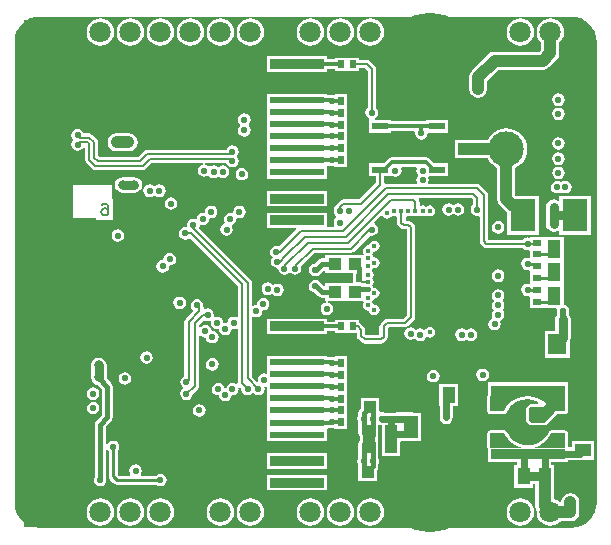
<source format=gbl>
G04 Layer_Physical_Order=6*
G04 Layer_Color=16711680*
%FSLAX44Y44*%
%MOMM*%
G71*
G01*
G75*
%ADD10R,1.4000X1.1000*%
%ADD18R,0.6350X0.5000*%
%ADD19R,0.5000X0.6350*%
%ADD21R,1.1000X1.4000*%
%ADD22R,1.1000X1.0000*%
%ADD44R,2.1590X2.7430*%
%ADD46R,1.1000X1.5000*%
%ADD47C,0.3000*%
%ADD48C,0.8000*%
%ADD49C,0.2000*%
%ADD50C,0.2500*%
%ADD51C,0.4000*%
%ADD52C,0.6000*%
%ADD53C,1.0000*%
%ADD54C,0.5500*%
%ADD56C,0.1500*%
%ADD57C,1.9000*%
%ADD58C,2.8000*%
%ADD59C,3.0000*%
%ADD60C,1.8000*%
%ADD62C,7.0000*%
%ADD63C,0.5500*%
%ADD64C,0.8000*%
%ADD65C,0.4000*%
%ADD66C,2.0000*%
%ADD68R,1.0500X2.4000*%
%ADD69R,6.3000X0.9500*%
%ADD70R,1.0000X0.4500*%
%ADD71R,1.4000X0.6000*%
%ADD72R,4.6000X0.6100*%
%ADD73R,4.6000X0.8100*%
%ADD74R,4.9000X3.0000*%
%ADD75R,1.2000X1.9000*%
%ADD76R,1.6000X1.8000*%
G36*
X479185Y216041D02*
X483210Y214820D01*
X486919Y212838D01*
X490170Y210170D01*
X492838Y206919D01*
X494820Y203210D01*
X496041Y199185D01*
X496446Y195074D01*
X496431Y195000D01*
Y-195000D01*
X496446Y-195074D01*
X496041Y-199185D01*
X494820Y-203210D01*
X492838Y-206919D01*
X490170Y-210170D01*
X486919Y-212838D01*
X483210Y-214820D01*
X479185Y-216041D01*
X475074Y-216446D01*
X475000Y-216431D01*
X25000D01*
X24927Y-216446D01*
X20815Y-216041D01*
X16790Y-214820D01*
X13081Y-212838D01*
X9830Y-210170D01*
X7162Y-206919D01*
X5180Y-203210D01*
X3959Y-199185D01*
X3554Y-195074D01*
X3569Y-195000D01*
Y195000D01*
X3554Y195074D01*
X3959Y199185D01*
X5180Y203210D01*
X7162Y206919D01*
X9830Y210170D01*
X13081Y212838D01*
X16790Y214820D01*
X20815Y216041D01*
X24927Y216446D01*
X25000Y216431D01*
X475000D01*
X475074Y216446D01*
X479185Y216041D01*
D02*
G37*
%LPC*%
G36*
X171000Y-72647D02*
X168952Y-73055D01*
X167215Y-74215D01*
X166055Y-75952D01*
X165647Y-78000D01*
X166055Y-80048D01*
X167215Y-81785D01*
X168952Y-82945D01*
X171000Y-83353D01*
X173048Y-82945D01*
X174785Y-81785D01*
X175945Y-80048D01*
X176353Y-78000D01*
X175945Y-75952D01*
X174785Y-74215D01*
X173048Y-73055D01*
X171000Y-72647D01*
D02*
G37*
G36*
X400000Y-81647D02*
X397952Y-82055D01*
X396215Y-83215D01*
X395055Y-84952D01*
X394647Y-87000D01*
X395055Y-89048D01*
X396215Y-90785D01*
X397952Y-91945D01*
X400000Y-92353D01*
X402048Y-91945D01*
X403785Y-90785D01*
X404945Y-89048D01*
X405353Y-87000D01*
X404945Y-84952D01*
X403785Y-83215D01*
X402048Y-82055D01*
X400000Y-81647D01*
D02*
G37*
G36*
X413000Y-14294D02*
X410952Y-14702D01*
X409215Y-15862D01*
X408055Y-17599D01*
X407647Y-19647D01*
X408055Y-21696D01*
X409215Y-23432D01*
Y-24215D01*
X408055Y-25952D01*
X407647Y-28000D01*
X408055Y-30048D01*
X409215Y-31785D01*
Y-32215D01*
X408055Y-33952D01*
X407647Y-36000D01*
X408055Y-38048D01*
X407448Y-39391D01*
X406215Y-40215D01*
X405055Y-41952D01*
X404647Y-44000D01*
X405055Y-46048D01*
X406215Y-47785D01*
X407952Y-48945D01*
X410000Y-49353D01*
X412048Y-48945D01*
X413785Y-47785D01*
X414945Y-46048D01*
X415353Y-44000D01*
X414945Y-41952D01*
X415552Y-40609D01*
X416785Y-39785D01*
X417945Y-38048D01*
X418353Y-36000D01*
X417945Y-33952D01*
X416785Y-32215D01*
Y-31785D01*
X417945Y-30048D01*
X418353Y-28000D01*
X417945Y-25952D01*
X416785Y-24215D01*
Y-23432D01*
X417945Y-21696D01*
X418353Y-19647D01*
X417945Y-17599D01*
X416785Y-15862D01*
X415048Y-14702D01*
X413000Y-14294D01*
D02*
G37*
G36*
X115343Y-66990D02*
X113295Y-67398D01*
X111558Y-68558D01*
X110398Y-70295D01*
X109990Y-72343D01*
X110398Y-74392D01*
X111558Y-76128D01*
X113295Y-77288D01*
X115343Y-77696D01*
X117392Y-77288D01*
X119128Y-76128D01*
X120288Y-74392D01*
X120696Y-72343D01*
X120288Y-70295D01*
X119128Y-68558D01*
X117392Y-67398D01*
X115343Y-66990D01*
D02*
G37*
G36*
X70000Y-97647D02*
X67952Y-98055D01*
X66215Y-99215D01*
X65055Y-100952D01*
X64647Y-103000D01*
X65055Y-105048D01*
X66215Y-106785D01*
X67952Y-107945D01*
X70000Y-108353D01*
X72048Y-107945D01*
X73785Y-106785D01*
X74945Y-105048D01*
X75353Y-103000D01*
X74945Y-100952D01*
X73785Y-99215D01*
X72048Y-98055D01*
X70000Y-97647D01*
D02*
G37*
G36*
Y-109647D02*
X67952Y-110055D01*
X66215Y-111215D01*
X65055Y-112952D01*
X64647Y-115000D01*
X65055Y-117048D01*
X66215Y-118785D01*
X67952Y-119945D01*
X70000Y-120353D01*
X72048Y-119945D01*
X73785Y-118785D01*
X74945Y-117048D01*
X75353Y-115000D01*
X74945Y-112952D01*
X73785Y-111215D01*
X72048Y-110055D01*
X70000Y-109647D01*
D02*
G37*
G36*
X358000Y-82647D02*
X355952Y-83055D01*
X354215Y-84215D01*
X353055Y-85952D01*
X352647Y-88000D01*
X353055Y-90048D01*
X354215Y-91785D01*
X355952Y-92945D01*
X358000Y-93353D01*
X360048Y-92945D01*
X361785Y-91785D01*
X362945Y-90048D01*
X363353Y-88000D01*
X362945Y-85952D01*
X361785Y-84215D01*
X360048Y-83055D01*
X358000Y-82647D01*
D02*
G37*
G36*
X97000Y-84647D02*
X94952Y-85055D01*
X93215Y-86215D01*
X92055Y-87952D01*
X91647Y-90000D01*
X92055Y-92048D01*
X93215Y-93785D01*
X94952Y-94945D01*
X97000Y-95353D01*
X99048Y-94945D01*
X100785Y-93785D01*
X101945Y-92048D01*
X102353Y-90000D01*
X101945Y-87952D01*
X100785Y-86215D01*
X99048Y-85055D01*
X97000Y-84647D01*
D02*
G37*
G36*
X390000Y-47647D02*
X387952Y-48055D01*
X386215Y-49215D01*
X385785D01*
X384048Y-48055D01*
X382000Y-47647D01*
X379952Y-48055D01*
X378215Y-49215D01*
X377055Y-50952D01*
X376647Y-53000D01*
X377055Y-55048D01*
X378215Y-56785D01*
X379952Y-57945D01*
X382000Y-58353D01*
X384048Y-57945D01*
X385785Y-56785D01*
X386215D01*
X387952Y-57945D01*
X390000Y-58353D01*
X392048Y-57945D01*
X393785Y-56785D01*
X394945Y-55048D01*
X395353Y-53000D01*
X394945Y-50952D01*
X393785Y-49215D01*
X392048Y-48055D01*
X390000Y-47647D01*
D02*
G37*
G36*
X352000Y97078D02*
X352000Y97078D01*
X323000D01*
X321439Y96768D01*
X320116Y95884D01*
X320116Y95884D01*
X316232Y92000D01*
X303500D01*
Y81000D01*
X309431D01*
Y75478D01*
X295522Y61569D01*
X282000D01*
X280634Y61297D01*
X279477Y60523D01*
X276477Y57523D01*
X275703Y56366D01*
X275645Y56072D01*
X275215Y55785D01*
X274055Y54048D01*
X273647Y52000D01*
X274055Y49952D01*
X275215Y48215D01*
X275908Y47752D01*
Y46248D01*
X275215Y45785D01*
X274055Y44048D01*
X273647Y42000D01*
X274055Y39952D01*
X274242Y39671D01*
X273653Y38569D01*
X268500D01*
Y50450D01*
X217500D01*
Y37350D01*
X241670D01*
X242148Y36195D01*
X227558Y21605D01*
X227048Y21945D01*
X225000Y22353D01*
X222952Y21945D01*
X221215Y20785D01*
X220055Y19048D01*
X219647Y17000D01*
X220055Y14952D01*
X221215Y13215D01*
X222105Y12620D01*
X221055Y11048D01*
X220647Y9000D01*
X221055Y6952D01*
X222215Y5215D01*
X223952Y4055D01*
X226000Y3647D01*
X226647Y3000D01*
X227055Y952D01*
X228215Y-785D01*
X229952Y-1945D01*
X232000Y-2353D01*
X234048Y-1945D01*
X235734Y-819D01*
X236065Y-650D01*
X236935D01*
X237266Y-819D01*
X238952Y-1945D01*
X241000Y-2353D01*
X243048Y-1945D01*
X244785Y-785D01*
X245945Y952D01*
X246353Y3000D01*
X245970Y4924D01*
X257478Y16431D01*
X288000D01*
X289366Y16703D01*
X290523Y17477D01*
X304076Y31030D01*
X306000Y30647D01*
X308048Y31055D01*
X309785Y32215D01*
X310945Y33952D01*
X311353Y36000D01*
X310945Y38048D01*
X309785Y39785D01*
X308475Y40660D01*
X308150Y42103D01*
X313701Y47654D01*
X315281Y47466D01*
X315756Y46756D01*
X317244Y45761D01*
X319000Y45412D01*
X320756Y45761D01*
X322244Y46756D01*
X323017Y47913D01*
X323244Y47761D01*
X325000Y47412D01*
X326181Y47647D01*
X327431Y46824D01*
Y42000D01*
X327703Y40634D01*
X328477Y39477D01*
X330477Y37477D01*
X331634Y36703D01*
X333000Y36431D01*
X335431D01*
Y-36522D01*
X332522Y-39431D01*
X319000D01*
X317634Y-39703D01*
X316477Y-40477D01*
X313477Y-43477D01*
X312703Y-44634D01*
X312431Y-46000D01*
Y-53431D01*
X301478D01*
X300569Y-52522D01*
Y-48569D01*
X300297Y-47203D01*
X299523Y-46045D01*
X296955Y-43477D01*
X295797Y-42703D01*
X295000Y-42544D01*
Y-40325D01*
X275000D01*
Y-41822D01*
X268500D01*
Y-39350D01*
X217500D01*
Y-52450D01*
X268500D01*
Y-49978D01*
X275000D01*
Y-51675D01*
X293431D01*
Y-54000D01*
X293703Y-55366D01*
X294477Y-56523D01*
X297477Y-59523D01*
X298634Y-60297D01*
X300000Y-60569D01*
X314000D01*
X315366Y-60297D01*
X316523Y-59523D01*
X318523Y-57523D01*
X319297Y-56366D01*
X319569Y-55000D01*
Y-47478D01*
X320478Y-46569D01*
X334000D01*
X335366Y-46297D01*
X336523Y-45523D01*
X341523Y-40523D01*
X342297Y-39366D01*
X342569Y-38000D01*
Y38000D01*
X342297Y39366D01*
X341523Y40523D01*
X339523Y42523D01*
X338366Y43297D01*
X337000Y43569D01*
X334569D01*
Y46824D01*
X335819Y47647D01*
X337000Y47412D01*
X338756Y47761D01*
X340000Y48592D01*
X341244Y47761D01*
X343000Y47412D01*
X344756Y47761D01*
X346000Y48592D01*
X347244Y47761D01*
X349000Y47412D01*
X350756Y47761D01*
X352000Y48592D01*
X353244Y47761D01*
X355000Y47412D01*
X356756Y47761D01*
X358244Y48756D01*
X359239Y50244D01*
X359588Y52000D01*
X359239Y53756D01*
X358244Y55244D01*
X356756Y56239D01*
X355000Y56588D01*
X353244Y56239D01*
X352000Y55408D01*
X350756Y56239D01*
X349000Y56588D01*
X347819Y56353D01*
X346569Y57176D01*
Y59000D01*
X346297Y60366D01*
X345752Y61181D01*
X346243Y62431D01*
X390522D01*
X391431Y61522D01*
Y56930D01*
X391215Y56785D01*
X390055Y55048D01*
X389647Y53000D01*
X390055Y50952D01*
X391215Y49215D01*
X392952Y48055D01*
X395000Y47647D01*
X396181Y47882D01*
X397431Y46922D01*
Y26000D01*
X397703Y24634D01*
X398477Y23477D01*
X400477Y21477D01*
X401634Y20703D01*
X403000Y20431D01*
X434070D01*
X434215Y20215D01*
X435952Y19055D01*
X438000Y18647D01*
X439075Y18861D01*
X440325Y17851D01*
Y13149D01*
X439075Y12139D01*
X438000Y12353D01*
X435952Y11945D01*
X434215Y10785D01*
X433055Y9048D01*
X432647Y7000D01*
X433055Y4952D01*
X434215Y3215D01*
X435952Y2055D01*
X438000Y1647D01*
X439075Y1861D01*
X440325Y851D01*
Y-8850D01*
X439075Y-9861D01*
X438000Y-9647D01*
X435952Y-10055D01*
X434215Y-11215D01*
X433055Y-12952D01*
X432647Y-15000D01*
X433055Y-17048D01*
X434215Y-18785D01*
X435952Y-19945D01*
X438000Y-20353D01*
X439075Y-20139D01*
X440325Y-21149D01*
Y-30000D01*
X451675D01*
Y-30000D01*
X452500D01*
Y-30000D01*
X462301D01*
X462995Y-31250D01*
X462647Y-33000D01*
Y-36311D01*
X461877Y-37464D01*
X461373Y-40000D01*
Y-49500D01*
X452500D01*
Y-72500D01*
X473500D01*
Y-59468D01*
X474123Y-58536D01*
X474627Y-56000D01*
Y-47000D01*
Y-40000D01*
X474123Y-37464D01*
X473353Y-36311D01*
Y-33000D01*
X472945Y-30952D01*
X471785Y-29215D01*
X470048Y-28055D01*
X468500Y-27747D01*
Y-11250D01*
X468500Y-10000D01*
X468500Y-8750D01*
Y8750D01*
X468500Y10000D01*
X468500D01*
Y10000D01*
X468500D01*
Y30000D01*
X452500D01*
X452500Y30000D01*
X451675Y30000D01*
Y30000D01*
X451250Y30000D01*
X440325D01*
Y30000D01*
X439075Y29139D01*
X438000Y29353D01*
X435952Y28945D01*
X434215Y27785D01*
X434070Y27569D01*
X404569D01*
Y65000D01*
X404297Y66366D01*
X403523Y67523D01*
X397523Y73523D01*
X396366Y74297D01*
X395000Y74569D01*
X354347D01*
X353758Y75671D01*
X353945Y75952D01*
X354353Y78000D01*
X354005Y79750D01*
X354698Y81000D01*
X370500D01*
Y92000D01*
X358768D01*
X354884Y95884D01*
X353561Y96768D01*
X353302Y96819D01*
X352000Y97078D01*
D02*
G37*
G36*
X135000Y16353D02*
X132952Y15945D01*
X131215Y14785D01*
X130055Y13048D01*
X129647Y11000D01*
X128520Y10257D01*
X126952Y9945D01*
X125215Y8785D01*
X124055Y7048D01*
X123647Y5000D01*
X124055Y2952D01*
X125215Y1215D01*
X126952Y55D01*
X129000Y-353D01*
X131048Y55D01*
X132785Y1215D01*
X133945Y2952D01*
X134353Y5000D01*
X135000Y5647D01*
X137048Y6055D01*
X138785Y7215D01*
X139945Y8952D01*
X140353Y11000D01*
X139945Y13048D01*
X138785Y14785D01*
X137048Y15945D01*
X135000Y16353D01*
D02*
G37*
G36*
X91000Y36353D02*
X88952Y35945D01*
X87215Y34785D01*
X86055Y33048D01*
X85647Y31000D01*
X86055Y28952D01*
X87215Y27215D01*
X88952Y26055D01*
X91000Y25647D01*
X93048Y26055D01*
X94785Y27215D01*
X95945Y28952D01*
X96353Y31000D01*
X95945Y33048D01*
X94785Y34785D01*
X93048Y35945D01*
X91000Y36353D01*
D02*
G37*
G36*
X308200Y26588D02*
X306444Y26239D01*
X304956Y25244D01*
X303961Y23756D01*
X303709Y22487D01*
X303200Y22588D01*
X301444Y22239D01*
X299956Y21244D01*
X298961Y19756D01*
X298612Y18000D01*
X298961Y16244D01*
X299291Y15750D01*
X298623Y14500D01*
X283750D01*
X283500Y14500D01*
X282500D01*
X282250Y14500D01*
X266500D01*
Y11588D01*
X264000D01*
X262244Y11239D01*
X260756Y10244D01*
X257830Y7319D01*
X255952Y6945D01*
X254215Y5785D01*
X253055Y4048D01*
X252647Y2000D01*
X253055Y-48D01*
X254215Y-1785D01*
X255952Y-2945D01*
X258000Y-3353D01*
X260048Y-2945D01*
X261785Y-1785D01*
X262067Y-1363D01*
X262244Y-1244D01*
X265250Y1761D01*
X266500Y1244D01*
Y-500D01*
X282250D01*
X282500Y-500D01*
X283500D01*
X283750Y-500D01*
X290000D01*
Y-9500D01*
X283750D01*
X283500Y-9500D01*
X282500D01*
X282250Y-9500D01*
X266500D01*
Y-11244D01*
X265250Y-11761D01*
X262244Y-8756D01*
X262067Y-8637D01*
X261785Y-8215D01*
X260048Y-7055D01*
X258000Y-6647D01*
X255952Y-7055D01*
X254215Y-8215D01*
X253055Y-9952D01*
X252647Y-12000D01*
X253055Y-14048D01*
X254215Y-15785D01*
X255952Y-16945D01*
X257830Y-17319D01*
X260756Y-20244D01*
X262244Y-21239D01*
X264000Y-21588D01*
X266500D01*
Y-24500D01*
X267372Y-24622D01*
Y-24622D01*
D01*
X267483Y-25750D01*
X267320Y-25782D01*
X265952Y-26055D01*
X264215Y-27215D01*
X263055Y-28952D01*
X262647Y-31000D01*
X263055Y-33048D01*
X264215Y-34785D01*
X265952Y-35945D01*
X268000Y-36353D01*
X270048Y-35945D01*
X271785Y-34785D01*
X272945Y-33048D01*
X273353Y-31000D01*
X272945Y-28952D01*
X271785Y-27215D01*
X270048Y-26055D01*
X268680Y-25782D01*
X268517Y-25750D01*
X268628Y-24622D01*
X269828Y-24500D01*
X282250D01*
X282500Y-24500D01*
X283500D01*
X283750Y-24500D01*
X298423D01*
X299091Y-25750D01*
X298761Y-26244D01*
X298412Y-28000D01*
X298761Y-29756D01*
X299756Y-31244D01*
X301244Y-32239D01*
X303000Y-32588D01*
X303509Y-32487D01*
X303761Y-33756D01*
X304756Y-35244D01*
X306244Y-36239D01*
X308000Y-36588D01*
X309756Y-36239D01*
X311244Y-35244D01*
X312239Y-33756D01*
X312588Y-32000D01*
X312239Y-30244D01*
X311244Y-28756D01*
X309756Y-27761D01*
X308000Y-27412D01*
X307491Y-27513D01*
X307239Y-26244D01*
X306408Y-25000D01*
X307239Y-23756D01*
X307491Y-22487D01*
X308000Y-22588D01*
X309756Y-22239D01*
X311244Y-21244D01*
X312239Y-19756D01*
X312588Y-18000D01*
X312239Y-16244D01*
X311244Y-14756D01*
X309756Y-13761D01*
X308000Y-13412D01*
X307491Y-13513D01*
X307239Y-12244D01*
X306408Y-11000D01*
X307239Y-9756D01*
X307588Y-8000D01*
X307239Y-6244D01*
X306408Y-5000D01*
X307239Y-3756D01*
X307588Y-2000D01*
X307239Y-244D01*
X306244Y1244D01*
Y1756D01*
X307239Y3244D01*
X307308Y3589D01*
X308200Y3412D01*
X309956Y3761D01*
X311444Y4756D01*
X312439Y6244D01*
X312788Y8000D01*
X312439Y9756D01*
X311444Y11244D01*
X309956Y12239D01*
X308200Y12588D01*
X307691Y12487D01*
X307439Y13756D01*
X306608Y15000D01*
X307439Y16244D01*
X307691Y17513D01*
X308200Y17412D01*
X309956Y17761D01*
X311444Y18756D01*
X312439Y20244D01*
X312788Y22000D01*
X312439Y23756D01*
X311444Y25244D01*
X309956Y26239D01*
X308200Y26588D01*
D02*
G37*
G36*
X143393Y-20647D02*
X141345Y-21055D01*
X139608Y-22215D01*
X138448Y-23952D01*
X138041Y-26000D01*
X138448Y-28048D01*
X139608Y-29785D01*
X141345Y-30945D01*
X143393Y-31353D01*
X145442Y-30945D01*
X147178Y-29785D01*
X148339Y-28048D01*
X148746Y-26000D01*
X148339Y-23952D01*
X147178Y-22215D01*
X145442Y-21055D01*
X143393Y-20647D01*
D02*
G37*
G36*
X355000Y-46412D02*
X353244Y-46761D01*
X351756Y-47756D01*
X351273Y-48478D01*
X350047Y-48722D01*
X349048Y-48055D01*
X347000Y-47647D01*
X344952Y-48055D01*
X343380Y-49105D01*
X342785Y-48215D01*
X341048Y-47055D01*
X339000Y-46647D01*
X336952Y-47055D01*
X335215Y-48215D01*
X334055Y-49952D01*
X333647Y-52000D01*
X334055Y-54048D01*
X335215Y-55785D01*
X336952Y-56945D01*
X339000Y-57353D01*
X341048Y-56945D01*
X342620Y-55895D01*
X343215Y-56785D01*
X344952Y-57945D01*
X347000Y-58353D01*
X349048Y-57945D01*
X350785Y-56785D01*
X351945Y-55048D01*
X352571Y-54789D01*
X353244Y-55239D01*
X355000Y-55588D01*
X356756Y-55239D01*
X358244Y-54244D01*
X359239Y-52756D01*
X359588Y-51000D01*
X359239Y-49244D01*
X358244Y-47756D01*
X356756Y-46761D01*
X355000Y-46412D01*
D02*
G37*
G36*
X413000Y2353D02*
X410952Y1945D01*
X409215Y785D01*
X408055Y-952D01*
X407647Y-3000D01*
X408055Y-5048D01*
X409215Y-6785D01*
X410952Y-7945D01*
X413000Y-8353D01*
X415048Y-7945D01*
X416785Y-6785D01*
X417945Y-5048D01*
X418353Y-3000D01*
X417945Y-952D01*
X416785Y785D01*
X415048Y1945D01*
X413000Y2353D01*
D02*
G37*
G36*
X218000Y-8647D02*
X215952Y-9055D01*
X214215Y-10215D01*
X213055Y-11952D01*
X212647Y-14000D01*
X213055Y-16048D01*
X214215Y-17785D01*
X215952Y-18945D01*
X218000Y-19353D01*
X220048Y-18945D01*
X221620Y-17895D01*
X222215Y-18785D01*
X223952Y-19945D01*
X226000Y-20353D01*
X228048Y-19945D01*
X229785Y-18785D01*
X230945Y-17048D01*
X231353Y-15000D01*
X230945Y-12952D01*
X229785Y-11215D01*
X228048Y-10055D01*
X226000Y-9647D01*
X223952Y-10055D01*
X222380Y-11105D01*
X221785Y-10215D01*
X220048Y-9055D01*
X218000Y-8647D01*
D02*
G37*
G36*
X254000Y-191601D02*
X250998Y-191996D01*
X248200Y-193155D01*
X245798Y-194998D01*
X243955Y-197400D01*
X242796Y-200198D01*
X242401Y-203200D01*
X242796Y-206202D01*
X243955Y-209000D01*
X245798Y-211402D01*
X248200Y-213245D01*
X250998Y-214404D01*
X254000Y-214799D01*
X257002Y-214404D01*
X259800Y-213245D01*
X262202Y-211402D01*
X264045Y-209000D01*
X265204Y-206202D01*
X265599Y-203200D01*
X265204Y-200198D01*
X264045Y-197400D01*
X262202Y-194998D01*
X259800Y-193155D01*
X257002Y-191996D01*
X254000Y-191601D01*
D02*
G37*
G36*
X203200D02*
X200198Y-191996D01*
X197400Y-193155D01*
X194998Y-194998D01*
X193155Y-197400D01*
X191996Y-200198D01*
X191601Y-203200D01*
X191996Y-206202D01*
X193155Y-209000D01*
X194998Y-211402D01*
X197400Y-213245D01*
X200198Y-214404D01*
X203200Y-214799D01*
X206202Y-214404D01*
X209000Y-213245D01*
X211402Y-211402D01*
X213245Y-209000D01*
X214404Y-206202D01*
X214799Y-203200D01*
X214404Y-200198D01*
X213245Y-197400D01*
X211402Y-194998D01*
X209000Y-193155D01*
X206202Y-191996D01*
X203200Y-191601D01*
D02*
G37*
G36*
X304800D02*
X301798Y-191996D01*
X299000Y-193155D01*
X296598Y-194998D01*
X294755Y-197400D01*
X293596Y-200198D01*
X293201Y-203200D01*
X293596Y-206202D01*
X294755Y-209000D01*
X296598Y-211402D01*
X299000Y-213245D01*
X301798Y-214404D01*
X304800Y-214799D01*
X307802Y-214404D01*
X310600Y-213245D01*
X313002Y-211402D01*
X314845Y-209000D01*
X316004Y-206202D01*
X316399Y-203200D01*
X316004Y-200198D01*
X314845Y-197400D01*
X313002Y-194998D01*
X310600Y-193155D01*
X307802Y-191996D01*
X304800Y-191601D01*
D02*
G37*
G36*
X279400D02*
X276398Y-191996D01*
X273600Y-193155D01*
X271198Y-194998D01*
X269355Y-197400D01*
X268196Y-200198D01*
X267801Y-203200D01*
X268196Y-206202D01*
X269355Y-209000D01*
X271198Y-211402D01*
X273600Y-213245D01*
X276398Y-214404D01*
X279400Y-214799D01*
X282402Y-214404D01*
X285200Y-213245D01*
X287602Y-211402D01*
X289445Y-209000D01*
X290604Y-206202D01*
X290999Y-203200D01*
X290604Y-200198D01*
X289445Y-197400D01*
X287602Y-194998D01*
X285200Y-193155D01*
X282402Y-191996D01*
X279400Y-191601D01*
D02*
G37*
G36*
X101600D02*
X98598Y-191996D01*
X95800Y-193155D01*
X93398Y-194998D01*
X91555Y-197400D01*
X90396Y-200198D01*
X90001Y-203200D01*
X90396Y-206202D01*
X91555Y-209000D01*
X93398Y-211402D01*
X95800Y-213245D01*
X98598Y-214404D01*
X101600Y-214799D01*
X104602Y-214404D01*
X107400Y-213245D01*
X109802Y-211402D01*
X111645Y-209000D01*
X112804Y-206202D01*
X113199Y-203200D01*
X112804Y-200198D01*
X111645Y-197400D01*
X109802Y-194998D01*
X107400Y-193155D01*
X104602Y-191996D01*
X101600Y-191601D01*
D02*
G37*
G36*
X76200D02*
X73198Y-191996D01*
X70400Y-193155D01*
X67998Y-194998D01*
X66155Y-197400D01*
X64996Y-200198D01*
X64601Y-203200D01*
X64996Y-206202D01*
X66155Y-209000D01*
X67998Y-211402D01*
X70400Y-213245D01*
X73198Y-214404D01*
X76200Y-214799D01*
X79202Y-214404D01*
X82000Y-213245D01*
X84402Y-211402D01*
X86245Y-209000D01*
X87404Y-206202D01*
X87799Y-203200D01*
X87404Y-200198D01*
X86245Y-197400D01*
X84402Y-194998D01*
X82000Y-193155D01*
X79202Y-191996D01*
X76200Y-191601D01*
D02*
G37*
G36*
X177800D02*
X174798Y-191996D01*
X172000Y-193155D01*
X169598Y-194998D01*
X167755Y-197400D01*
X166596Y-200198D01*
X166201Y-203200D01*
X166596Y-206202D01*
X167755Y-209000D01*
X169598Y-211402D01*
X172000Y-213245D01*
X174798Y-214404D01*
X177800Y-214799D01*
X180802Y-214404D01*
X183600Y-213245D01*
X186002Y-211402D01*
X187845Y-209000D01*
X189004Y-206202D01*
X189399Y-203200D01*
X189004Y-200198D01*
X187845Y-197400D01*
X186002Y-194998D01*
X183600Y-193155D01*
X180802Y-191996D01*
X177800Y-191601D01*
D02*
G37*
G36*
X127000D02*
X123998Y-191996D01*
X121200Y-193155D01*
X118798Y-194998D01*
X116955Y-197400D01*
X115796Y-200198D01*
X115401Y-203200D01*
X115796Y-206202D01*
X116955Y-209000D01*
X118798Y-211402D01*
X121200Y-213245D01*
X123998Y-214404D01*
X127000Y-214799D01*
X130002Y-214404D01*
X132800Y-213245D01*
X135202Y-211402D01*
X137045Y-209000D01*
X138204Y-206202D01*
X138599Y-203200D01*
X138204Y-200198D01*
X137045Y-197400D01*
X135202Y-194998D01*
X132800Y-193155D01*
X130002Y-191996D01*
X127000Y-191601D01*
D02*
G37*
G36*
X431800D02*
X428798Y-191996D01*
X426000Y-193155D01*
X423598Y-194998D01*
X421755Y-197400D01*
X420596Y-200198D01*
X420201Y-203200D01*
X420596Y-206202D01*
X421755Y-209000D01*
X423598Y-211402D01*
X426000Y-213245D01*
X428798Y-214404D01*
X431800Y-214799D01*
X434802Y-214404D01*
X437600Y-213245D01*
X440002Y-211402D01*
X441845Y-209000D01*
X443004Y-206202D01*
X443399Y-203200D01*
X443004Y-200198D01*
X441845Y-197400D01*
X440002Y-194998D01*
X437600Y-193155D01*
X434802Y-191996D01*
X431800Y-191601D01*
D02*
G37*
G36*
X472000Y-93000D02*
X404000D01*
Y-104754D01*
X403951Y-105000D01*
Y-117500D01*
X404145Y-118475D01*
X404698Y-119302D01*
X405525Y-119855D01*
X406500Y-120049D01*
X418000D01*
X418401Y-119969D01*
X418806Y-119918D01*
X418886Y-119873D01*
X418975Y-119855D01*
X419315Y-119628D01*
X419670Y-119426D01*
X419726Y-119353D01*
X419802Y-119302D01*
X420029Y-118963D01*
X420280Y-118640D01*
X421209Y-116782D01*
X422045Y-115527D01*
X424268Y-112861D01*
X426029Y-111539D01*
X426151Y-111404D01*
X426302Y-111302D01*
X426561Y-111044D01*
X429587Y-109315D01*
X433073Y-108007D01*
X437989Y-107561D01*
X442464Y-108008D01*
X445022Y-108861D01*
X446538Y-109619D01*
X446926Y-111210D01*
X446794Y-111392D01*
X442000D01*
X439854Y-111819D01*
X438035Y-113035D01*
X436819Y-114854D01*
X436392Y-117000D01*
Y-124000D01*
X436819Y-126146D01*
X438035Y-127965D01*
X439854Y-129181D01*
X442000Y-129608D01*
X442500Y-129508D01*
X443000Y-129608D01*
X449000D01*
X450000Y-129409D01*
X451000Y-129608D01*
X453146Y-129181D01*
X454965Y-127965D01*
X462882Y-120049D01*
X469500D01*
X470475Y-119855D01*
X471302Y-119302D01*
X471855Y-118475D01*
X472049Y-117500D01*
Y-105000D01*
X472000Y-104754D01*
Y-93000D01*
D02*
G37*
G36*
X469500Y-133951D02*
X458000D01*
X457752Y-134000D01*
X457500Y-134001D01*
X457270Y-134096D01*
X457025Y-134145D01*
X456815Y-134285D01*
X456582Y-134382D01*
X456405Y-134559D01*
X456198Y-134698D01*
X456057Y-134907D01*
X455879Y-135086D01*
X454879Y-136586D01*
X454856Y-136643D01*
X454814Y-136689D01*
X453476Y-138919D01*
X449439Y-142956D01*
X446454Y-144662D01*
X442464Y-145992D01*
X438014Y-146437D01*
X433952Y-145986D01*
X432286Y-145569D01*
X430045Y-144673D01*
X428140Y-143720D01*
X426510Y-142905D01*
X422981Y-139376D01*
X421121Y-136586D01*
X420121Y-135086D01*
X419943Y-134907D01*
X419802Y-134698D01*
X419595Y-134559D01*
X419418Y-134382D01*
X419185Y-134285D01*
X418975Y-134145D01*
X418731Y-134096D01*
X418500Y-134001D01*
X418247Y-134000D01*
X418000Y-133951D01*
X406500D01*
X405525Y-134145D01*
X404698Y-134698D01*
X404145Y-135525D01*
X403951Y-136500D01*
Y-149000D01*
X404000Y-149246D01*
Y-161000D01*
X429142D01*
Y-163500D01*
X426750D01*
Y-182500D01*
X442750D01*
Y-179627D01*
X444250D01*
Y-182500D01*
X444603D01*
Y-198250D01*
X444603Y-198250D01*
X445185Y-201176D01*
X445755Y-202029D01*
X445601Y-203200D01*
X445996Y-206202D01*
X447155Y-209000D01*
X448998Y-211402D01*
X451400Y-213245D01*
X454198Y-214404D01*
X457200Y-214799D01*
X460202Y-214404D01*
X463000Y-213245D01*
X465402Y-211402D01*
X465828Y-210847D01*
X474000D01*
X476926Y-210265D01*
X479407Y-208607D01*
X481065Y-206126D01*
X481647Y-203200D01*
Y-195000D01*
X481065Y-192074D01*
X479407Y-189593D01*
X476926Y-187935D01*
X474000Y-187353D01*
X471074Y-187935D01*
X468593Y-189593D01*
X466935Y-192074D01*
X466482Y-194352D01*
X466095Y-194584D01*
X465134Y-194793D01*
X463000Y-193155D01*
X460202Y-191996D01*
X459897Y-191956D01*
Y-182500D01*
X460250D01*
Y-163500D01*
X457858D01*
Y-161000D01*
X472000D01*
Y-159358D01*
X482000D01*
X484146Y-158931D01*
X484417Y-158750D01*
X494500D01*
Y-142750D01*
X475500D01*
Y-148142D01*
X472049D01*
Y-136500D01*
X471855Y-135525D01*
X471302Y-134698D01*
X470475Y-134145D01*
X469500Y-133951D01*
D02*
G37*
G36*
X160000Y-111647D02*
X157952Y-112055D01*
X156215Y-113215D01*
X155055Y-114952D01*
X154647Y-117000D01*
X155055Y-119048D01*
X156215Y-120785D01*
X157952Y-121945D01*
X160000Y-122353D01*
X162048Y-121945D01*
X163785Y-120785D01*
X164945Y-119048D01*
X165353Y-117000D01*
X164945Y-114952D01*
X163785Y-113215D01*
X162048Y-112055D01*
X160000Y-111647D01*
D02*
G37*
G36*
X379000Y-94500D02*
X363000D01*
Y-113500D01*
X363392D01*
Y-123000D01*
X363819Y-125146D01*
X365035Y-126965D01*
X366854Y-128181D01*
X369000Y-128608D01*
X371146Y-128181D01*
X372965Y-126965D01*
X374181Y-125146D01*
X374608Y-123000D01*
Y-113500D01*
X379000D01*
Y-94500D01*
D02*
G37*
G36*
X75000Y-72373D02*
X72464Y-72877D01*
X70314Y-74314D01*
X68877Y-76464D01*
X68373Y-79000D01*
Y-89000D01*
X68877Y-91536D01*
X70314Y-93686D01*
X72464Y-95123D01*
X73925Y-95413D01*
X77412Y-98900D01*
Y-121100D01*
X72756Y-125756D01*
X71761Y-127244D01*
X71412Y-129000D01*
Y-173417D01*
X71055Y-173951D01*
X70647Y-176000D01*
X71055Y-178048D01*
X72215Y-179785D01*
X73952Y-180945D01*
X76000Y-181353D01*
X78048Y-180945D01*
X79785Y-179785D01*
X80945Y-178048D01*
X81353Y-176000D01*
X80945Y-173951D01*
X80588Y-173417D01*
Y-149083D01*
X81838Y-148960D01*
X82055Y-150048D01*
X83177Y-151728D01*
Y-173000D01*
X83468Y-174463D01*
X84296Y-175704D01*
X87296Y-178704D01*
X88537Y-179532D01*
X90000Y-179823D01*
X123272D01*
X124952Y-180945D01*
X127000Y-181353D01*
X129048Y-180945D01*
X130785Y-179785D01*
X131945Y-178048D01*
X132353Y-176000D01*
X131945Y-173952D01*
X130785Y-172215D01*
X129048Y-171055D01*
X127000Y-170647D01*
X124952Y-171055D01*
X123272Y-172177D01*
X111027D01*
X110359Y-170927D01*
X110945Y-170048D01*
X111353Y-168000D01*
X110945Y-165952D01*
X109785Y-164215D01*
X108048Y-163055D01*
X106000Y-162647D01*
X103952Y-163055D01*
X102215Y-164215D01*
X101055Y-165952D01*
X100647Y-168000D01*
X101055Y-170048D01*
X101641Y-170927D01*
X100973Y-172177D01*
X91584D01*
X90823Y-171416D01*
Y-151728D01*
X91945Y-150048D01*
X92353Y-148000D01*
X91945Y-145951D01*
X90785Y-144215D01*
X89048Y-143055D01*
X87000Y-142647D01*
X84952Y-143055D01*
X83215Y-144215D01*
X82055Y-145951D01*
X81838Y-147040D01*
X80588Y-146917D01*
Y-130900D01*
X85244Y-126244D01*
X86239Y-124756D01*
X86588Y-123000D01*
Y-97000D01*
X86239Y-95244D01*
X85244Y-93756D01*
X81438Y-89950D01*
X81627Y-89000D01*
Y-79000D01*
X81123Y-76464D01*
X79686Y-74314D01*
X77536Y-72877D01*
X75000Y-72373D01*
D02*
G37*
G36*
X268500Y-171550D02*
X217500D01*
Y-184650D01*
X268500D01*
Y-171550D01*
D02*
G37*
G36*
X312500Y-106500D02*
X296500D01*
Y-115511D01*
X295756Y-116256D01*
X294761Y-117744D01*
X294412Y-119500D01*
Y-121417D01*
X294055Y-121952D01*
X293647Y-124000D01*
X294055Y-126048D01*
X294412Y-126583D01*
Y-136250D01*
X294761Y-138006D01*
X295756Y-139494D01*
X296000Y-139739D01*
Y-142261D01*
X295756Y-142506D01*
X294761Y-143994D01*
X294412Y-145750D01*
Y-157417D01*
X294055Y-157952D01*
X293647Y-160000D01*
X294055Y-162048D01*
X294412Y-162583D01*
Y-165500D01*
X294500Y-165943D01*
Y-176500D01*
X310500D01*
Y-167362D01*
X311239Y-166256D01*
X311588Y-164500D01*
Y-162583D01*
X311945Y-162048D01*
X312353Y-160000D01*
X311945Y-157952D01*
X311588Y-157417D01*
Y-144250D01*
X311500Y-143807D01*
Y-138193D01*
X311588Y-137750D01*
Y-129661D01*
X312691Y-129072D01*
X312854Y-129181D01*
X314500Y-129508D01*
Y-155500D01*
X330000D01*
Y-144043D01*
X330500Y-143000D01*
X347500D01*
Y-119000D01*
X341417D01*
X341146Y-118819D01*
X339000Y-118392D01*
X315000D01*
X313750Y-118641D01*
X312500Y-117667D01*
Y-106500D01*
D02*
G37*
G36*
X268500Y-153150D02*
X217500D01*
Y-166250D01*
X268500D01*
Y-153150D01*
D02*
G37*
G36*
X413000Y43353D02*
X410952Y42945D01*
X409215Y41785D01*
X408055Y40048D01*
X407647Y38000D01*
X408055Y35952D01*
X409215Y34215D01*
X410952Y33055D01*
X413000Y32647D01*
X415048Y33055D01*
X416785Y34215D01*
X417945Y35952D01*
X418353Y38000D01*
X417945Y40048D01*
X416785Y41785D01*
X415048Y42945D01*
X413000Y43353D01*
D02*
G37*
G36*
X464000Y151353D02*
X461952Y150945D01*
X460215Y149785D01*
X459055Y148048D01*
X458647Y146000D01*
X459055Y143952D01*
X460215Y142215D01*
X461952Y141055D01*
X464000Y140647D01*
X466048Y141055D01*
X467785Y142215D01*
X468945Y143952D01*
X469353Y146000D01*
X468945Y148048D01*
X467785Y149785D01*
X466048Y150945D01*
X464000Y151353D01*
D02*
G37*
G36*
Y139353D02*
X461952Y138945D01*
X460215Y137785D01*
X459055Y136048D01*
X458647Y134000D01*
X459055Y131952D01*
X460215Y130215D01*
X461952Y129055D01*
X464000Y128647D01*
X466048Y129055D01*
X467785Y130215D01*
X468945Y131952D01*
X469353Y134000D01*
X468945Y136048D01*
X467785Y137785D01*
X466048Y138945D01*
X464000Y139353D01*
D02*
G37*
G36*
X76200Y214799D02*
X73198Y214404D01*
X70400Y213245D01*
X67998Y211402D01*
X66155Y209000D01*
X64996Y206202D01*
X64601Y203200D01*
X64996Y200198D01*
X66155Y197400D01*
X67998Y194998D01*
X70400Y193155D01*
X73198Y191996D01*
X76200Y191601D01*
X79202Y191996D01*
X82000Y193155D01*
X84402Y194998D01*
X86245Y197400D01*
X87404Y200198D01*
X87799Y203200D01*
X87404Y206202D01*
X86245Y209000D01*
X84402Y211402D01*
X82000Y213245D01*
X79202Y214404D01*
X76200Y214799D01*
D02*
G37*
G36*
X457200D02*
X454198Y214404D01*
X451400Y213245D01*
X448998Y211402D01*
X447155Y209000D01*
X445996Y206202D01*
X445601Y203200D01*
X445996Y200198D01*
X447155Y197400D01*
X448998Y194998D01*
X449553Y194572D01*
Y188368D01*
X447832Y186647D01*
X410000D01*
X410000Y186647D01*
X407074Y186065D01*
X404593Y184407D01*
X404593Y184407D01*
X390593Y170407D01*
X388935Y167926D01*
X388353Y165000D01*
X388353Y165000D01*
Y155000D01*
X388935Y152074D01*
X390593Y149593D01*
X393074Y147935D01*
X396000Y147353D01*
X398926Y147935D01*
X401407Y149593D01*
X403065Y152074D01*
X403647Y155000D01*
Y161833D01*
X413167Y171353D01*
X451000D01*
X451000Y171353D01*
X453926Y171935D01*
X456407Y173593D01*
X462607Y179793D01*
X464265Y182274D01*
X464847Y185200D01*
X464847Y185200D01*
Y194572D01*
X465402Y194998D01*
X467245Y197400D01*
X468404Y200198D01*
X468799Y203200D01*
X468404Y206202D01*
X467245Y209000D01*
X465402Y211402D01*
X463000Y213245D01*
X460202Y214404D01*
X457200Y214799D01*
D02*
G37*
G36*
X198000Y134353D02*
X195952Y133945D01*
X194215Y132785D01*
X193055Y131048D01*
X192647Y129000D01*
X193055Y126952D01*
X194181Y125266D01*
X194350Y124935D01*
Y124065D01*
X194181Y123734D01*
X193055Y122048D01*
X192647Y120000D01*
X193055Y117952D01*
X194215Y116215D01*
X195952Y115055D01*
X198000Y114647D01*
X200048Y115055D01*
X201785Y116215D01*
X202945Y117952D01*
X203353Y120000D01*
X202945Y122048D01*
X201819Y123734D01*
X201650Y124065D01*
Y124935D01*
X201819Y125266D01*
X202945Y126952D01*
X203353Y129000D01*
X202945Y131048D01*
X201785Y132785D01*
X200048Y133945D01*
X198000Y134353D01*
D02*
G37*
G36*
X464000Y114353D02*
X461952Y113945D01*
X460215Y112785D01*
X459055Y111048D01*
X458647Y109000D01*
X459055Y106952D01*
X460215Y105215D01*
X461952Y104055D01*
X464000Y103647D01*
X466048Y104055D01*
X467785Y105215D01*
X468945Y106952D01*
X469353Y109000D01*
X468945Y111048D01*
X467785Y112785D01*
X466048Y113945D01*
X464000Y114353D01*
D02*
G37*
G36*
X100000Y117647D02*
X90000D01*
X87074Y117065D01*
X84593Y115407D01*
X82935Y112926D01*
X82353Y110000D01*
X82935Y107074D01*
X84593Y104593D01*
X87074Y102935D01*
X90000Y102353D01*
X100000D01*
X102926Y102935D01*
X105407Y104593D01*
X107065Y107074D01*
X107647Y110000D01*
X107065Y112926D01*
X105407Y115407D01*
X102926Y117065D01*
X100000Y117647D01*
D02*
G37*
G36*
X268500Y182650D02*
X217500D01*
Y169550D01*
X268500D01*
Y172022D01*
X275000D01*
Y170325D01*
X295000D01*
Y172431D01*
X300522D01*
X302431Y170522D01*
Y138930D01*
X302215Y138785D01*
X301055Y137048D01*
X300647Y135000D01*
X301055Y132952D01*
X302215Y131215D01*
X303659Y130250D01*
X303500Y129000D01*
X303500Y128967D01*
Y118000D01*
X322500D01*
Y119422D01*
X342015D01*
X342808Y118455D01*
X342647Y117647D01*
X343055Y115599D01*
X344215Y113862D01*
X345952Y112702D01*
X348000Y112294D01*
X350048Y112702D01*
X351785Y113862D01*
X352945Y115599D01*
X353353Y117647D01*
X353642Y118000D01*
X370500D01*
Y129000D01*
X351500D01*
Y127578D01*
X322500D01*
Y129000D01*
X308666D01*
X308341Y130250D01*
X309785Y131215D01*
X310945Y132952D01*
X311353Y135000D01*
X310945Y137048D01*
X309785Y138785D01*
X309569Y138930D01*
Y172000D01*
X309297Y173366D01*
X308523Y174523D01*
X304523Y178523D01*
X303366Y179297D01*
X302000Y179569D01*
X295000D01*
Y181675D01*
X275000D01*
Y180178D01*
X268500D01*
Y182650D01*
D02*
G37*
G36*
X420000Y121785D02*
X416569Y121447D01*
X413271Y120446D01*
X410230Y118821D01*
X407566Y116634D01*
X405379Y113969D01*
X404271Y111897D01*
X395500D01*
Y112250D01*
X376500D01*
Y96250D01*
X395500D01*
Y96603D01*
X404218D01*
X405379Y94431D01*
X407566Y91766D01*
X410230Y89579D01*
X412353Y88444D01*
Y61900D01*
X412353Y61900D01*
X412935Y58974D01*
X414593Y56493D01*
X420605Y50481D01*
Y31785D01*
X447195D01*
Y64215D01*
X428499D01*
X427647Y65068D01*
Y88444D01*
X429770Y89579D01*
X432434Y91766D01*
X434621Y94431D01*
X436246Y97471D01*
X437247Y100769D01*
X437585Y104200D01*
X437247Y107631D01*
X436246Y110929D01*
X434621Y113969D01*
X432434Y116634D01*
X429770Y118821D01*
X426729Y120446D01*
X423431Y121447D01*
X420000Y121785D01*
D02*
G37*
G36*
X279400Y214799D02*
X276398Y214404D01*
X273600Y213245D01*
X271198Y211402D01*
X269355Y209000D01*
X268196Y206202D01*
X267801Y203200D01*
X268196Y200198D01*
X269355Y197400D01*
X271198Y194998D01*
X273600Y193155D01*
X276398Y191996D01*
X279400Y191601D01*
X282402Y191996D01*
X285200Y193155D01*
X287602Y194998D01*
X289445Y197400D01*
X290604Y200198D01*
X290999Y203200D01*
X290604Y206202D01*
X289445Y209000D01*
X287602Y211402D01*
X285200Y213245D01*
X282402Y214404D01*
X279400Y214799D01*
D02*
G37*
G36*
X254000D02*
X250998Y214404D01*
X248200Y213245D01*
X245798Y211402D01*
X243955Y209000D01*
X242796Y206202D01*
X242401Y203200D01*
X242796Y200198D01*
X243955Y197400D01*
X245798Y194998D01*
X248200Y193155D01*
X250998Y191996D01*
X254000Y191601D01*
X257002Y191996D01*
X259800Y193155D01*
X262202Y194998D01*
X264045Y197400D01*
X265204Y200198D01*
X265599Y203200D01*
X265204Y206202D01*
X264045Y209000D01*
X262202Y211402D01*
X259800Y213245D01*
X257002Y214404D01*
X254000Y214799D01*
D02*
G37*
G36*
X431800D02*
X428798Y214404D01*
X426000Y213245D01*
X423598Y211402D01*
X421755Y209000D01*
X420596Y206202D01*
X420201Y203200D01*
X420596Y200198D01*
X421755Y197400D01*
X423598Y194998D01*
X426000Y193155D01*
X428798Y191996D01*
X431800Y191601D01*
X434802Y191996D01*
X437600Y193155D01*
X440002Y194998D01*
X441845Y197400D01*
X443004Y200198D01*
X443399Y203200D01*
X443004Y206202D01*
X441845Y209000D01*
X440002Y211402D01*
X437600Y213245D01*
X434802Y214404D01*
X431800Y214799D01*
D02*
G37*
G36*
X304800D02*
X301798Y214404D01*
X299000Y213245D01*
X296598Y211402D01*
X294755Y209000D01*
X293596Y206202D01*
X293201Y203200D01*
X293596Y200198D01*
X294755Y197400D01*
X296598Y194998D01*
X299000Y193155D01*
X301798Y191996D01*
X304800Y191601D01*
X307802Y191996D01*
X310600Y193155D01*
X313002Y194998D01*
X314845Y197400D01*
X316004Y200198D01*
X316399Y203200D01*
X316004Y206202D01*
X314845Y209000D01*
X313002Y211402D01*
X310600Y213245D01*
X307802Y214404D01*
X304800Y214799D01*
D02*
G37*
G36*
X203200D02*
X200198Y214404D01*
X197400Y213245D01*
X194998Y211402D01*
X193155Y209000D01*
X191996Y206202D01*
X191601Y203200D01*
X191996Y200198D01*
X193155Y197400D01*
X194998Y194998D01*
X197400Y193155D01*
X200198Y191996D01*
X203200Y191601D01*
X206202Y191996D01*
X209000Y193155D01*
X211402Y194998D01*
X213245Y197400D01*
X214404Y200198D01*
X214799Y203200D01*
X214404Y206202D01*
X213245Y209000D01*
X211402Y211402D01*
X209000Y213245D01*
X206202Y214404D01*
X203200Y214799D01*
D02*
G37*
G36*
X127000D02*
X123998Y214404D01*
X121200Y213245D01*
X118798Y211402D01*
X116955Y209000D01*
X115796Y206202D01*
X115401Y203200D01*
X115796Y200198D01*
X116955Y197400D01*
X118798Y194998D01*
X121200Y193155D01*
X123998Y191996D01*
X127000Y191601D01*
X130002Y191996D01*
X132800Y193155D01*
X135202Y194998D01*
X137045Y197400D01*
X138204Y200198D01*
X138599Y203200D01*
X138204Y206202D01*
X137045Y209000D01*
X135202Y211402D01*
X132800Y213245D01*
X130002Y214404D01*
X127000Y214799D01*
D02*
G37*
G36*
X101600D02*
X98598Y214404D01*
X95800Y213245D01*
X93398Y211402D01*
X91555Y209000D01*
X90396Y206202D01*
X90001Y203200D01*
X90396Y200198D01*
X91555Y197400D01*
X93398Y194998D01*
X95800Y193155D01*
X98598Y191996D01*
X101600Y191601D01*
X104602Y191996D01*
X107400Y193155D01*
X109802Y194998D01*
X111645Y197400D01*
X112804Y200198D01*
X113199Y203200D01*
X112804Y206202D01*
X111645Y209000D01*
X109802Y211402D01*
X107400Y213245D01*
X104602Y214404D01*
X101600Y214799D01*
D02*
G37*
G36*
X177800D02*
X174798Y214404D01*
X172000Y213245D01*
X169598Y211402D01*
X167755Y209000D01*
X166596Y206202D01*
X166201Y203200D01*
X166596Y200198D01*
X167755Y197400D01*
X169598Y194998D01*
X172000Y193155D01*
X174798Y191996D01*
X177800Y191601D01*
X180802Y191996D01*
X183600Y193155D01*
X186002Y194998D01*
X187845Y197400D01*
X189004Y200198D01*
X189399Y203200D01*
X189004Y206202D01*
X187845Y209000D01*
X186002Y211402D01*
X183600Y213245D01*
X180802Y214404D01*
X177800Y214799D01*
D02*
G37*
G36*
X152400D02*
X149398Y214404D01*
X146600Y213245D01*
X144198Y211402D01*
X142355Y209000D01*
X141196Y206202D01*
X140801Y203200D01*
X141196Y200198D01*
X142355Y197400D01*
X144198Y194998D01*
X146600Y193155D01*
X149398Y191996D01*
X152400Y191601D01*
X155402Y191996D01*
X158200Y193155D01*
X160602Y194998D01*
X162445Y197400D01*
X163604Y200198D01*
X163999Y203200D01*
X163604Y206202D01*
X162445Y209000D01*
X160602Y211402D01*
X158200Y213245D01*
X155402Y214404D01*
X152400Y214799D01*
D02*
G37*
G36*
X491395Y64215D02*
X464805D01*
Y61110D01*
X463555Y60442D01*
X462536Y61123D01*
X460000Y61627D01*
X457464Y61123D01*
X455314Y59686D01*
X453877Y57536D01*
X453373Y55000D01*
Y48000D01*
Y41000D01*
X453877Y38464D01*
X455314Y36314D01*
X457464Y34877D01*
X460000Y34373D01*
X462536Y34877D01*
X463555Y35558D01*
X464805Y34890D01*
Y31785D01*
X491395D01*
Y64215D01*
D02*
G37*
G36*
X379000Y58353D02*
X376952Y57945D01*
X375215Y56785D01*
X374785D01*
X373048Y57945D01*
X371000Y58353D01*
X368952Y57945D01*
X367215Y56785D01*
X366055Y55048D01*
X365647Y53000D01*
X366055Y50952D01*
X367215Y49215D01*
X368952Y48055D01*
X371000Y47647D01*
X373048Y48055D01*
X374785Y49215D01*
X375215D01*
X376952Y48055D01*
X379000Y47647D01*
X381048Y48055D01*
X382785Y49215D01*
X383945Y50952D01*
X384353Y53000D01*
X383945Y55048D01*
X382785Y56785D01*
X381048Y57945D01*
X379000Y58353D01*
D02*
G37*
G36*
X105000Y80627D02*
X95000D01*
X92464Y80123D01*
X90314Y78686D01*
X88877Y76536D01*
X88373Y74000D01*
X88877Y71464D01*
X90314Y69314D01*
X92464Y67877D01*
X95000Y67373D01*
X105000D01*
X107536Y67877D01*
X109686Y69314D01*
X111123Y71464D01*
X111627Y74000D01*
X111123Y76536D01*
X109686Y78686D01*
X107536Y80123D01*
X105000Y80627D01*
D02*
G37*
G36*
X470000Y77353D02*
X467952Y76945D01*
X466500Y75975D01*
X465048Y76945D01*
X463000Y77353D01*
X460952Y76945D01*
X459215Y75785D01*
X458055Y74048D01*
X457647Y72000D01*
X458055Y69952D01*
X459215Y68215D01*
X460952Y67055D01*
X463000Y66647D01*
X465048Y67055D01*
X466500Y68025D01*
X467952Y67055D01*
X470000Y66647D01*
X472048Y67055D01*
X473785Y68215D01*
X474945Y69952D01*
X475353Y72000D01*
X474945Y74048D01*
X473785Y75785D01*
X472048Y76945D01*
X470000Y77353D01*
D02*
G37*
G36*
X126000Y74353D02*
X123952Y73945D01*
X122215Y72785D01*
X121785D01*
X120048Y73945D01*
X118000Y74353D01*
X115952Y73945D01*
X114215Y72785D01*
X113055Y71048D01*
X112647Y69000D01*
X113055Y66952D01*
X114215Y65215D01*
X115952Y64055D01*
X118000Y63647D01*
X120048Y64055D01*
X121785Y65215D01*
X122215D01*
X123952Y64055D01*
X126000Y63647D01*
X128048Y64055D01*
X129785Y65215D01*
X130945Y66952D01*
X131353Y69000D01*
X130945Y71048D01*
X129785Y72785D01*
X128048Y73945D01*
X126000Y74353D01*
D02*
G37*
G36*
X194000Y56353D02*
X191952Y55945D01*
X190215Y54785D01*
X189055Y53048D01*
X188647Y51000D01*
X188662Y50924D01*
X187563Y50042D01*
X186000Y50353D01*
X183952Y49945D01*
X182215Y48785D01*
X181055Y47048D01*
X180647Y45000D01*
X181055Y42952D01*
X181474Y42324D01*
X180951Y40945D01*
X179215Y39785D01*
X178055Y38048D01*
X177647Y36000D01*
X178055Y33952D01*
X179215Y32215D01*
X180952Y31055D01*
X183000Y30647D01*
X185048Y31055D01*
X186785Y32215D01*
X187945Y33952D01*
X188353Y36000D01*
X187945Y38048D01*
X187526Y38676D01*
X188048Y40055D01*
X189785Y41215D01*
X190945Y42952D01*
X191353Y45000D01*
X191338Y45076D01*
X192437Y45958D01*
X194000Y45647D01*
X196048Y46055D01*
X197785Y47215D01*
X198945Y48952D01*
X199353Y51000D01*
X198945Y53048D01*
X197785Y54785D01*
X196048Y55945D01*
X194000Y56353D01*
D02*
G37*
G36*
X86000Y74000D02*
X53000D01*
Y46000D01*
X72811D01*
Y44000D01*
X87000D01*
Y61998D01*
X86000D01*
Y74000D01*
D02*
G37*
G36*
X170000Y56353D02*
X167952Y55945D01*
X166215Y54785D01*
X165055Y53048D01*
X164704Y51288D01*
X163765Y50201D01*
X163000Y50353D01*
X160952Y49945D01*
X159215Y48785D01*
X158055Y47048D01*
X157831Y45926D01*
X157113Y45027D01*
X156481Y45058D01*
X155000Y45353D01*
X152952Y44945D01*
X151215Y43785D01*
X150055Y42048D01*
X149647Y40000D01*
X149792Y39271D01*
X148729Y38208D01*
X148000Y38353D01*
X145952Y37945D01*
X144215Y36785D01*
X143055Y35048D01*
X142647Y33000D01*
X143055Y30952D01*
X144215Y29215D01*
X145952Y28055D01*
X148000Y27647D01*
X150048Y28055D01*
X151757Y29196D01*
X192431Y-11478D01*
Y-37653D01*
X191329Y-38242D01*
X191048Y-38055D01*
X189000Y-37647D01*
X186952Y-38055D01*
X185215Y-39215D01*
X184055Y-40952D01*
X183652Y-42976D01*
X182000Y-42647D01*
X180348Y-42976D01*
X179945Y-40952D01*
X178785Y-39215D01*
X177048Y-38055D01*
X175000Y-37647D01*
X173230Y-37999D01*
X172444Y-37460D01*
X172135Y-37097D01*
X172353Y-36000D01*
X171945Y-33952D01*
X170785Y-32215D01*
X169048Y-31055D01*
X167000Y-30647D01*
X164952Y-31055D01*
X164671Y-31242D01*
X163569Y-30653D01*
Y-30000D01*
X163297Y-28634D01*
X163243Y-28553D01*
X163353Y-28000D01*
X162945Y-25952D01*
X161785Y-24215D01*
X160048Y-23055D01*
X158000Y-22647D01*
X155952Y-23055D01*
X154215Y-24215D01*
X153055Y-25952D01*
X152647Y-28000D01*
X153055Y-30048D01*
X154215Y-31785D01*
X154567Y-32020D01*
X154689Y-33264D01*
X148477Y-39477D01*
X147703Y-40634D01*
X147431Y-42000D01*
Y-87959D01*
X146952Y-88055D01*
X145215Y-89215D01*
X144055Y-90952D01*
X143647Y-93000D01*
X144055Y-95048D01*
X145215Y-96785D01*
X145908Y-97248D01*
Y-98752D01*
X145215Y-99215D01*
X144055Y-100952D01*
X143647Y-103000D01*
X144055Y-105048D01*
X145215Y-106785D01*
X146952Y-107945D01*
X149000Y-108353D01*
X151048Y-107945D01*
X152785Y-106785D01*
X153945Y-105048D01*
X154353Y-103000D01*
X154302Y-102745D01*
X158523Y-98523D01*
X159297Y-97366D01*
X159569Y-96000D01*
Y-53571D01*
X160819Y-53192D01*
X161215Y-53785D01*
X162952Y-54945D01*
X165000Y-55353D01*
X165690Y-55216D01*
X166055Y-57048D01*
X167215Y-58785D01*
X168952Y-59945D01*
X171000Y-60353D01*
X173048Y-59945D01*
X174785Y-58785D01*
X175945Y-57048D01*
X176353Y-55000D01*
X175945Y-52952D01*
X174785Y-51215D01*
X173048Y-50055D01*
X171000Y-49647D01*
X170310Y-49784D01*
X169945Y-47952D01*
X168785Y-46215D01*
X167048Y-45055D01*
X165000Y-44647D01*
X162952Y-45055D01*
X161215Y-46215D01*
X160819Y-46808D01*
X159569Y-46429D01*
Y-44831D01*
X164054Y-40346D01*
X164952Y-40945D01*
X167000Y-41353D01*
X168770Y-41001D01*
X169556Y-41540D01*
X169865Y-41903D01*
X169647Y-43000D01*
X170055Y-45048D01*
X171215Y-46785D01*
X172952Y-47945D01*
X175000Y-48353D01*
X176652Y-48024D01*
X177055Y-50048D01*
X178215Y-51785D01*
X179952Y-52945D01*
X182000Y-53353D01*
X184048Y-52945D01*
X185785Y-51785D01*
X186945Y-50048D01*
X187348Y-48024D01*
X189000Y-48353D01*
X191048Y-47945D01*
X191329Y-47758D01*
X192431Y-48347D01*
Y-94000D01*
X192464Y-94165D01*
X191339Y-94917D01*
X190048Y-94055D01*
X188000Y-93647D01*
X185952Y-94055D01*
X184215Y-95215D01*
X183055Y-96952D01*
X182690Y-98784D01*
X182000Y-98647D01*
X181310Y-98784D01*
X180945Y-96952D01*
X179785Y-95215D01*
X178048Y-94055D01*
X176000Y-93647D01*
X173952Y-94055D01*
X172215Y-95215D01*
X171055Y-96952D01*
X170647Y-99000D01*
X171055Y-101048D01*
X172215Y-102785D01*
X173952Y-103945D01*
X176000Y-104353D01*
X176690Y-104216D01*
X177055Y-106048D01*
X178215Y-107785D01*
X179952Y-108945D01*
X182000Y-109353D01*
X184048Y-108945D01*
X185785Y-107785D01*
X186945Y-106048D01*
X187310Y-104216D01*
X188000Y-104353D01*
X190048Y-103945D01*
X191785Y-102785D01*
X192945Y-101048D01*
X193353Y-99000D01*
X193146Y-97961D01*
X194298Y-97345D01*
X195698Y-98745D01*
X195647Y-99000D01*
X196055Y-101048D01*
X197215Y-102785D01*
X198952Y-103945D01*
X201000Y-104353D01*
X203048Y-103945D01*
X204785Y-102785D01*
X204875Y-102650D01*
X206125D01*
X206215Y-102785D01*
X207952Y-103945D01*
X210000Y-104353D01*
X212048Y-103945D01*
X213785Y-102785D01*
X214945Y-101048D01*
X215353Y-99000D01*
X215058Y-97519D01*
X215027Y-96887D01*
X215926Y-96169D01*
X216250Y-96104D01*
X217500Y-97033D01*
Y-102250D01*
Y-112450D01*
Y-122650D01*
Y-132850D01*
Y-143050D01*
X268500D01*
Y-132479D01*
X269750Y-131811D01*
X269952Y-131945D01*
X272000Y-132353D01*
X273750Y-132005D01*
X275000Y-132675D01*
Y-132675D01*
X285000D01*
Y-122675D01*
Y-112675D01*
Y-102675D01*
Y-92675D01*
Y-82675D01*
Y-71325D01*
X275000D01*
Y-71325D01*
X273750Y-71995D01*
X272000Y-71647D01*
X269952Y-72055D01*
X269750Y-72189D01*
X268500Y-71941D01*
Y-70750D01*
X217500D01*
Y-84967D01*
X216250Y-85896D01*
X215000Y-85647D01*
X212952Y-86055D01*
X211215Y-87215D01*
X210055Y-88952D01*
X209647Y-91000D01*
X209854Y-92039D01*
X208702Y-92655D01*
X204569Y-88522D01*
Y-38347D01*
X205671Y-37758D01*
X205952Y-37945D01*
X208000Y-38353D01*
X210048Y-37945D01*
X211785Y-36785D01*
X212945Y-35048D01*
X213353Y-33000D01*
X214000Y-32353D01*
X216048Y-31945D01*
X217785Y-30785D01*
X218945Y-29048D01*
X219353Y-27000D01*
X218945Y-24952D01*
X217785Y-23215D01*
X216048Y-22055D01*
X214000Y-21647D01*
X211952Y-22055D01*
X210215Y-23215D01*
X209055Y-24952D01*
X208647Y-27000D01*
X208000Y-27647D01*
X205952Y-28055D01*
X205671Y-28242D01*
X204569Y-27653D01*
Y-9000D01*
X204297Y-7634D01*
X203523Y-6477D01*
X159605Y37442D01*
X159945Y37952D01*
X160169Y39074D01*
X160887Y39973D01*
X161519Y39942D01*
X163000Y39647D01*
X165048Y40055D01*
X166785Y41215D01*
X167945Y42952D01*
X168295Y44712D01*
X169235Y45799D01*
X170000Y45647D01*
X172048Y46055D01*
X173785Y47215D01*
X174945Y48952D01*
X175353Y51000D01*
X174945Y53048D01*
X173785Y54785D01*
X172048Y55945D01*
X170000Y56353D01*
D02*
G37*
G36*
X268500Y68850D02*
X217500D01*
Y55750D01*
X268500D01*
Y68850D01*
D02*
G37*
G36*
X136000Y63353D02*
X133952Y62945D01*
X132215Y61785D01*
X131055Y60048D01*
X130647Y58000D01*
X131055Y55952D01*
X132215Y54215D01*
X133952Y53055D01*
X136000Y52647D01*
X138048Y53055D01*
X139785Y54215D01*
X140945Y55952D01*
X141353Y58000D01*
X140945Y60048D01*
X139785Y61785D01*
X138048Y62945D01*
X136000Y63353D01*
D02*
G37*
G36*
X57000Y121353D02*
X54952Y120945D01*
X53215Y119785D01*
X52055Y118048D01*
X51647Y116000D01*
X52055Y113952D01*
X53215Y112215D01*
Y111785D01*
X52055Y110048D01*
X51647Y108000D01*
X52055Y105952D01*
X53215Y104215D01*
X54952Y103055D01*
X57000Y102647D01*
X59048Y103055D01*
X60785Y104215D01*
X61945Y105952D01*
X62041Y106431D01*
X63431D01*
Y95000D01*
X63703Y93634D01*
X64477Y92477D01*
X69477Y87477D01*
X70634Y86703D01*
X72000Y86431D01*
X112000D01*
X113366Y86703D01*
X114523Y87477D01*
X119478Y92431D01*
X163015D01*
X163138Y91181D01*
X161952Y90945D01*
X160215Y89785D01*
X159055Y88048D01*
X158647Y86000D01*
X159055Y83952D01*
X160215Y82215D01*
X161952Y81055D01*
X164000Y80647D01*
X166048Y81055D01*
X167620Y82105D01*
X168215Y81215D01*
X169952Y80055D01*
X172000Y79647D01*
X174048Y80055D01*
X175785Y81215D01*
X176215D01*
X177952Y80055D01*
X180000Y79647D01*
X182048Y80055D01*
X183785Y81215D01*
X184945Y82952D01*
X185353Y85000D01*
X184945Y87048D01*
X183785Y88785D01*
X182048Y89945D01*
X180000Y90353D01*
X177952Y89945D01*
X176215Y88785D01*
X175785D01*
X174048Y89945D01*
X172000Y90353D01*
X169952Y89945D01*
X168380Y88895D01*
X167785Y89785D01*
X166048Y90945D01*
X164862Y91181D01*
X164985Y92431D01*
X182959D01*
X183055Y91952D01*
X184215Y90215D01*
X185952Y89055D01*
X188000Y88647D01*
X190048Y89055D01*
X191785Y90215D01*
X192945Y91952D01*
X193353Y94000D01*
X192945Y96048D01*
X191785Y97785D01*
Y98215D01*
X192945Y99952D01*
X193353Y102000D01*
X192945Y104048D01*
X191785Y105785D01*
X190048Y106945D01*
X188000Y107353D01*
X185952Y106945D01*
X184215Y105785D01*
X183055Y104048D01*
X182959Y103569D01*
X116000D01*
X114634Y103297D01*
X113477Y102523D01*
X108522Y97569D01*
X75478D01*
X74569Y98478D01*
Y110000D01*
X74297Y111366D01*
X73523Y112523D01*
X69523Y116523D01*
X68366Y117297D01*
X67000Y117569D01*
X62041D01*
X61945Y118048D01*
X60785Y119785D01*
X59048Y120945D01*
X57000Y121353D01*
D02*
G37*
G36*
X464000Y101353D02*
X461952Y100945D01*
X460215Y99785D01*
X459055Y98048D01*
X458647Y96000D01*
X459055Y93952D01*
X460215Y92215D01*
X461952Y91055D01*
X464000Y90647D01*
X466048Y91055D01*
X467785Y92215D01*
X468945Y93952D01*
X469353Y96000D01*
X468945Y98048D01*
X467785Y99785D01*
X466048Y100945D01*
X464000Y101353D01*
D02*
G37*
G36*
X268500Y151250D02*
X217500D01*
Y140150D01*
Y129950D01*
Y119750D01*
Y109550D01*
Y99350D01*
Y89150D01*
Y78950D01*
X268500D01*
Y89521D01*
X269750Y90189D01*
X269952Y90055D01*
X272000Y89647D01*
X273750Y89995D01*
X275000Y89325D01*
Y89325D01*
X285000D01*
Y99325D01*
Y109325D01*
Y119325D01*
Y129325D01*
Y139325D01*
Y150675D01*
X275000D01*
Y150675D01*
X273750Y150005D01*
X272000Y150353D01*
X269952Y149945D01*
X269750Y149811D01*
X268500Y150059D01*
Y151250D01*
D02*
G37*
G36*
X196000Y88353D02*
X193952Y87945D01*
X192215Y86785D01*
X191055Y85048D01*
X190647Y83000D01*
X191055Y80952D01*
X192215Y79215D01*
X193952Y78055D01*
X196000Y77647D01*
X198048Y78055D01*
X199785Y79215D01*
X200945Y80952D01*
X201353Y83000D01*
X200945Y85048D01*
X199785Y86785D01*
X198048Y87945D01*
X196000Y88353D01*
D02*
G37*
G36*
X464000Y89353D02*
X461952Y88945D01*
X460215Y87785D01*
X459055Y86048D01*
X458647Y84000D01*
X459055Y81952D01*
X460215Y80215D01*
X461952Y79055D01*
X464000Y78647D01*
X466048Y79055D01*
X467785Y80215D01*
X468945Y81952D01*
X469353Y84000D01*
X468945Y86048D01*
X467785Y87785D01*
X466048Y88945D01*
X464000Y89353D01*
D02*
G37*
%LPD*%
G36*
X343980Y87672D02*
X343647Y86000D01*
X344055Y83952D01*
X345215Y82215D01*
Y81785D01*
X344055Y80048D01*
X343647Y78000D01*
X344055Y75952D01*
X344242Y75671D01*
X343653Y74569D01*
X318000D01*
X317819Y74532D01*
X316569Y75558D01*
Y81000D01*
X322500D01*
Y81000D01*
X323352Y81455D01*
X323952Y81055D01*
X326000Y80647D01*
X328048Y81055D01*
X329785Y82215D01*
X330945Y83952D01*
X331353Y86000D01*
X331020Y87672D01*
X331751Y88922D01*
X343249D01*
X343980Y87672D01*
D02*
G37*
G36*
X432500Y-105500D02*
X428500Y-107000D01*
X425000Y-109000D01*
X424500Y-109500D01*
X422500Y-111000D01*
X420000Y-114000D01*
X419000Y-115500D01*
X418000Y-117500D01*
X406500D01*
Y-105000D01*
X438000D01*
X432500Y-105500D01*
D02*
G37*
G36*
X469500Y-117500D02*
X458000D01*
X456500Y-115000D01*
X455000Y-113000D01*
X451500Y-109500D01*
X449000Y-108000D01*
X446000Y-106500D01*
X443000Y-105500D01*
X438000Y-105000D01*
X469500D01*
Y-117500D01*
D02*
G37*
G36*
X419000Y-138000D02*
X421000Y-141000D01*
X425000Y-145000D01*
X427000Y-146000D01*
X429000Y-147000D01*
X431500Y-148000D01*
X433500Y-148500D01*
X438000Y-149000D01*
X406500D01*
Y-136500D01*
X418000D01*
X419000Y-138000D01*
D02*
G37*
G36*
X469500Y-149000D02*
X438000D01*
X443000Y-148500D01*
X447500Y-147000D01*
X451000Y-145000D01*
X455500Y-140500D01*
X457000Y-138000D01*
X458000Y-136500D01*
X469500D01*
Y-149000D01*
D02*
G37*
D10*
X386000Y104250D02*
D03*
Y121750D02*
D03*
X485000Y-150750D02*
D03*
Y-133250D02*
D03*
D18*
X446000Y-25000D02*
D03*
Y-15000D02*
D03*
Y-5000D02*
D03*
Y5000D02*
D03*
Y15000D02*
D03*
Y25000D02*
D03*
D19*
X290000Y-46000D02*
D03*
X280000D02*
D03*
X290000Y176000D02*
D03*
X280000D02*
D03*
Y145000D02*
D03*
X290000D02*
D03*
X280000Y125000D02*
D03*
X290000D02*
D03*
X280000Y115000D02*
D03*
X290000D02*
D03*
X280000Y95000D02*
D03*
X290000D02*
D03*
X280000Y135000D02*
D03*
X290000D02*
D03*
X280000Y-117000D02*
D03*
X290000D02*
D03*
X295000Y-5000D02*
D03*
X285000D02*
D03*
X280000Y-87000D02*
D03*
X290000D02*
D03*
X280000Y-77000D02*
D03*
X290000D02*
D03*
X280000Y-97000D02*
D03*
X290000D02*
D03*
X280000Y-107000D02*
D03*
X290000D02*
D03*
X280000Y-127000D02*
D03*
X290000D02*
D03*
X280000Y105000D02*
D03*
X290000D02*
D03*
D21*
X353500Y-104000D02*
D03*
X371000D02*
D03*
X452250Y-173000D02*
D03*
X469750D02*
D03*
X434750D02*
D03*
X417250D02*
D03*
D22*
X274500Y7000D02*
D03*
X291500D02*
D03*
X291500Y-17000D02*
D03*
X274500D02*
D03*
X302500Y-169000D02*
D03*
X285500D02*
D03*
X321500Y-114000D02*
D03*
X304500D02*
D03*
D44*
X433900Y48000D02*
D03*
X478100D02*
D03*
D46*
X481500Y20000D02*
D03*
X460500D02*
D03*
X481500Y-20000D02*
D03*
X460500D02*
D03*
X481500Y-0D02*
D03*
X460500D02*
D03*
D47*
X323000Y93000D02*
X352000D01*
X316500Y86500D02*
X323000Y93000D01*
X313000Y86500D02*
X316500D01*
X358500D02*
X361000D01*
X352000Y93000D02*
X358500Y86500D01*
X359500D02*
X361000D01*
X272000Y-107000D02*
X280000D01*
X243000Y-106900D02*
X271900D01*
X272000Y-107000D01*
Y-127000D02*
X280000D01*
X243000Y-127300D02*
X271700D01*
X272000Y-127000D01*
Y-77000D02*
X280000D01*
X243000Y-76300D02*
X271300D01*
X272000Y-77000D01*
X272000Y-97000D02*
X280000D01*
X243000Y-96700D02*
X271700D01*
X272000Y-97000D01*
X272000Y-97000D01*
X279900Y176100D02*
X280000Y176000D01*
X243000Y176100D02*
X279900D01*
Y-45900D02*
X280000Y-46000D01*
X243000Y-45900D02*
X279900D01*
X272000Y-87000D02*
X280000D01*
X272000Y-117000D02*
X280000D01*
X271900Y-117100D02*
X272000Y-117000D01*
X243000Y-117100D02*
X271900D01*
X271500Y-86500D02*
X272000Y-87000D01*
X243000Y-86500D02*
X271500D01*
X272000Y95000D02*
X280000D01*
X271700Y94700D02*
X272000Y95000D01*
X243000Y94700D02*
X271700D01*
X272000Y105000D02*
X280000D01*
X271900Y104900D02*
X272000Y105000D01*
X243000Y104900D02*
X271900D01*
X272000Y115000D02*
X280000D01*
X271900Y115100D02*
X272000Y115000D01*
X243000Y115100D02*
X271900D01*
X272000Y125000D02*
X280000D01*
X271700Y125300D02*
X272000Y125000D01*
X243000Y125300D02*
X271700D01*
X272000Y145000D02*
X280000D01*
X272000Y135000D02*
X280000D01*
X271500Y135500D02*
X272000Y135000D01*
X243000Y135500D02*
X271500D01*
X271300Y145700D02*
X272000Y145000D01*
X243000Y145700D02*
X271300D01*
X348000Y117647D02*
Y123500D01*
X313000D02*
X348000D01*
X361000D01*
D48*
X95000Y74000D02*
X105000D01*
X75000Y-89000D02*
Y-79000D01*
X468000Y-47000D02*
Y-40000D01*
Y-56000D02*
Y-47000D01*
X463000Y-61000D02*
X468000Y-56000D01*
X460000Y48000D02*
Y55000D01*
Y41000D02*
Y48000D01*
X478100D01*
X434750Y-173000D02*
X452250D01*
D49*
X158000Y-28000D02*
X160000Y-30000D01*
Y-33000D02*
Y-30000D01*
X151000Y-42000D02*
X160000Y-33000D01*
X151000Y-91000D02*
Y-42000D01*
X149000Y-93000D02*
X151000Y-91000D01*
X149000Y-103000D02*
X156000Y-96000D01*
Y-43353D01*
X163353Y-36000D01*
X167000D01*
X67000Y95000D02*
Y108343D01*
X65343Y110000D02*
X67000Y108343D01*
X59000Y110000D02*
X65343D01*
X71000Y97000D02*
Y110000D01*
X67000Y114000D02*
X71000Y110000D01*
X59000Y114000D02*
X67000D01*
X72000Y90000D02*
X112000D01*
X67000Y95000D02*
X72000Y90000D01*
X74000Y94000D02*
X110000D01*
X71000Y97000D02*
X74000Y94000D01*
X118000Y96000D02*
X186000D01*
X112000Y90000D02*
X118000Y96000D01*
X116000Y100000D02*
X186000D01*
X110000Y94000D02*
X116000Y100000D01*
X186000Y96000D02*
X188000Y94000D01*
X186000Y100000D02*
X188000Y102000D01*
X186000Y96000D02*
X188000Y94000D01*
X57000Y108000D02*
X59000Y110000D01*
X57000Y116000D02*
X59000Y114000D01*
X304000Y36000D02*
X306000D01*
X286000Y25000D02*
X322000Y61000D01*
X288000Y20000D02*
X304000Y36000D01*
X322000Y61000D02*
X341000D01*
X302000Y176000D02*
X306000Y172000D01*
Y135000D02*
Y172000D01*
X290000Y176000D02*
X302000D01*
X226000Y9000D02*
X228132D01*
X232750Y13618D01*
X232000Y3000D02*
Y5000D01*
X241000Y3000D02*
Y5000D01*
X225000Y17000D02*
X228000D01*
X246000Y35000D01*
X232750Y13750D02*
X249181Y30181D01*
X232750Y13618D02*
Y13750D01*
X256000Y20000D02*
X288000D01*
X241000Y5000D02*
X256000Y20000D01*
X232000Y5000D02*
X252000Y25000D01*
X249181Y30181D02*
X284181D01*
X246000Y35000D02*
X282000D01*
X252000Y25000D02*
X286000D01*
X320000Y66000D02*
X392000D01*
X284181Y30181D02*
X320000Y66000D01*
X318000Y71000D02*
X395000D01*
X282000Y35000D02*
X318000Y71000D01*
X392000Y66000D02*
X395000Y63000D01*
X395000Y71000D02*
X401000Y65000D01*
X343000Y52000D02*
Y59000D01*
X341000Y61000D02*
X343000Y59000D01*
X395000Y53000D02*
Y63000D01*
X401000Y26000D02*
X403000Y24000D01*
X401000Y26000D02*
Y65000D01*
X295000Y-5000D02*
X298000Y-8000D01*
X303000D01*
X445000Y24000D02*
X446000Y25000D01*
X196000Y-94000D02*
Y-10000D01*
Y-94000D02*
X201000Y-99000D01*
Y-90000D02*
X210000Y-99000D01*
X313000Y74000D02*
Y86500D01*
X297000Y58000D02*
X313000Y74000D01*
X282000Y58000D02*
X297000D01*
X279000Y55000D02*
X282000Y58000D01*
X279000Y52000D02*
Y55000D01*
X201000Y-90000D02*
Y-9000D01*
X155000Y37000D02*
Y40000D01*
X148000Y33000D02*
X153000D01*
X196000Y-10000D01*
X155000Y37000D02*
X201000Y-9000D01*
X403000Y24000D02*
X438000D01*
X445000D01*
X331000Y42000D02*
Y52000D01*
Y42000D02*
X333000Y40000D01*
X337000D01*
X339000Y38000D01*
Y-38000D02*
Y38000D01*
X334000Y-43000D02*
X339000Y-38000D01*
X316000Y-46000D02*
X319000Y-43000D01*
X316000Y-55000D02*
Y-46000D01*
X314000Y-57000D02*
X316000Y-55000D01*
X300000Y-57000D02*
X314000D01*
X297000Y-54000D02*
X300000Y-57000D01*
X297000Y-54000D02*
Y-48569D01*
X294431Y-46000D02*
X297000Y-48569D01*
X290000Y-46000D02*
X294431D01*
X319000Y-43000D02*
X334000D01*
D50*
X90000Y-176000D02*
X127000D01*
X87000Y-173000D02*
Y-148000D01*
Y-173000D02*
X90000Y-176000D01*
X455500Y15000D02*
X460500Y20000D01*
X455500Y-5000D02*
X460500Y-0D01*
X455500Y-25000D02*
X460500Y-20000D01*
X438000Y7000D02*
X444000D01*
X446000Y15000D02*
X455500D01*
X446000Y-5000D02*
X455500D01*
X438000Y-15000D02*
X446000Y-15000D01*
X446000D01*
Y-25000D02*
X455500D01*
X444000Y7000D02*
X446000Y5000D01*
D51*
X75000Y-90000D02*
Y-89000D01*
Y-90000D02*
X82000Y-97000D01*
Y-123000D02*
Y-97000D01*
X258000Y-12000D02*
X259000D01*
X264000Y-17000D01*
X258000Y2000D02*
X259000D01*
X264000Y7000D01*
X264000Y-17000D02*
X274500D01*
X264000Y7000D02*
X274500D01*
X307000Y-160000D02*
Y-144250D01*
Y-164500D02*
Y-160000D01*
X299000D02*
Y-145750D01*
Y-165500D02*
Y-160000D01*
Y-165500D02*
X302500Y-169000D01*
X299000Y-145750D02*
X303750Y-141000D01*
X76000Y-129000D02*
X82000Y-123000D01*
X76000Y-176000D02*
Y-129000D01*
X302500Y-169000D02*
X307000Y-164500D01*
X303750Y-141000D02*
X307000Y-144250D01*
X299000Y-136250D02*
X303750Y-141000D01*
X299000Y-136250D02*
Y-124000D01*
X303750Y-141000D02*
X307000Y-137750D01*
Y-124000D01*
X304500Y-114000D02*
X307000Y-116500D01*
Y-124000D02*
Y-116500D01*
X299000Y-119500D02*
X304500Y-114000D01*
X299000Y-124000D02*
Y-119500D01*
X291500Y-17000D02*
X294500Y-14000D01*
X303000D01*
X291500Y7000D02*
X295000Y3500D01*
Y-5000D02*
Y3500D01*
D52*
X443707Y-122293D02*
G03*
X443000Y-124000I1707J-1707D01*
G01*
X451000Y-153750D02*
X482000D01*
X438000D02*
X451000D01*
X452250Y-155000D01*
Y-173000D02*
Y-155000D01*
X434750Y-157000D02*
X438000Y-153750D01*
X434750Y-173000D02*
Y-157000D01*
X464000Y-111000D02*
Y-100250D01*
X443707Y-122293D02*
X449000Y-117000D01*
X438000Y-100250D02*
X464000D01*
X443000Y-124000D02*
X449000D01*
X451000D02*
X458000Y-117000D01*
X452000Y-117000D02*
X458000Y-111000D01*
X449000Y-117000D02*
X452000D01*
X449000Y-117000D02*
Y-117000D01*
Y-124000D02*
Y-117000D01*
X458000D02*
X464000Y-111000D01*
X449000Y-117000D02*
X458000D01*
X442000Y-117000D02*
X449000D01*
X442000Y-124000D02*
Y-117000D01*
X482000Y-153750D02*
X485000Y-150750D01*
X369000Y-106000D02*
X371000Y-104000D01*
X369000Y-116000D02*
Y-106000D01*
Y-123000D02*
Y-116000D01*
X322000Y-124000D02*
X339000D01*
Y-131000D02*
Y-124000D01*
X322250Y-137000D02*
Y-124250D01*
Y-141000D02*
Y-137000D01*
X339000D01*
Y-131000D01*
X322000Y-124000D02*
X322250Y-124250D01*
X315000Y-124000D02*
X322000D01*
D53*
X90000Y110000D02*
X100000D01*
X396000Y155000D02*
Y165000D01*
X410000Y179000D01*
X451000D01*
X457200Y185200D01*
Y203200D01*
X419950Y104250D02*
X420000Y104200D01*
X386000Y104250D02*
X419950D01*
X452250Y-198250D02*
X457200Y-203200D01*
X452250Y-198250D02*
Y-173000D01*
X420000Y61900D02*
Y104200D01*
Y61900D02*
X433900Y48000D01*
X474000Y-203200D02*
Y-203000D01*
Y-195000D01*
X457200Y-203200D02*
X474000D01*
D54*
X468000Y-40000D02*
Y-33000D01*
D56*
X77287Y56570D02*
X77763Y57522D01*
X79191Y57998D01*
X80143D01*
X81572Y57522D01*
X82524Y56094D01*
X83000Y53713D01*
Y51333D01*
X82524Y49428D01*
X81572Y48476D01*
X80143Y48000D01*
X79667D01*
X78239Y48476D01*
X77287Y49428D01*
X76811Y50856D01*
Y51333D01*
X77287Y52761D01*
X78239Y53713D01*
X79667Y54189D01*
X80143D01*
X81572Y53713D01*
X82524Y52761D01*
X83000Y51333D01*
D57*
X14500Y-74250D02*
D03*
Y-145750D02*
D03*
Y145750D02*
D03*
Y74250D02*
D03*
D58*
X36100Y46500D02*
D03*
Y173500D02*
D03*
Y-175500D02*
D03*
Y-48500D02*
D03*
D59*
X420000Y155000D02*
D03*
Y104200D02*
D03*
D60*
X152400Y-203200D02*
D03*
X76200Y203200D02*
D03*
X254000Y-203200D02*
D03*
X304800Y203200D02*
D03*
X101600D02*
D03*
X228600D02*
D03*
X127000D02*
D03*
X152400D02*
D03*
X177800D02*
D03*
X203200D02*
D03*
X254000D02*
D03*
X279400D02*
D03*
X406400D02*
D03*
X431800D02*
D03*
X457200D02*
D03*
Y-203200D02*
D03*
X431800D02*
D03*
X406400D02*
D03*
X228600D02*
D03*
X203200D02*
D03*
X177800D02*
D03*
X127000D02*
D03*
X101600D02*
D03*
X76200D02*
D03*
X304800D02*
D03*
X279400D02*
D03*
D62*
X355000Y-185000D02*
D03*
Y185000D02*
D03*
D63*
X175000Y-70000D02*
D03*
X49000Y63000D02*
D03*
X106000Y62000D02*
D03*
X91000Y31000D02*
D03*
X214000Y-108000D02*
D03*
X176000Y-99000D02*
D03*
X188000D02*
D03*
X182000Y-104000D02*
D03*
X171000Y-78000D02*
D03*
X189000Y-43000D02*
D03*
X175000D02*
D03*
X182000Y-48000D02*
D03*
X214000Y-147000D02*
D03*
X158000Y-28000D02*
D03*
X167000Y-36000D02*
D03*
X127000Y-176000D02*
D03*
Y-148000D02*
D03*
Y-128000D02*
D03*
X107000Y-148000D02*
D03*
Y-128000D02*
D03*
X61000Y-97000D02*
D03*
X90000Y-83000D02*
D03*
X48000Y-68000D02*
D03*
X60000Y-57000D02*
D03*
X100310Y-26000D02*
D03*
X126000Y69000D02*
D03*
X118000D02*
D03*
X136000Y58000D02*
D03*
X164000Y86000D02*
D03*
X167000Y78000D02*
D03*
X180000Y85000D02*
D03*
X172000D02*
D03*
X53000Y96000D02*
D03*
X49000Y90000D02*
D03*
X29000Y96000D02*
D03*
X131000Y86000D02*
D03*
Y107000D02*
D03*
X160000D02*
D03*
X188000Y86000D02*
D03*
X198000Y107000D02*
D03*
Y120000D02*
D03*
Y129000D02*
D03*
X258000Y-12000D02*
D03*
Y2000D02*
D03*
X188000Y102000D02*
D03*
X196000Y83000D02*
D03*
X211000Y89000D02*
D03*
X188000Y94000D02*
D03*
X326000Y86000D02*
D03*
X57000Y169000D02*
D03*
Y150000D02*
D03*
X83000D02*
D03*
Y169000D02*
D03*
X57000Y108000D02*
D03*
Y116000D02*
D03*
X184000Y125000D02*
D03*
X198000Y139000D02*
D03*
X160000Y125000D02*
D03*
X198000Y163000D02*
D03*
X307000Y-160000D02*
D03*
X299000D02*
D03*
X195000Y-147000D02*
D03*
Y-173000D02*
D03*
X149000Y-103000D02*
D03*
Y-93000D02*
D03*
X188000Y57000D02*
D03*
X172000Y-7000D02*
D03*
X201000Y22000D02*
D03*
X306000Y36000D02*
D03*
Y135000D02*
D03*
X298000D02*
D03*
Y105000D02*
D03*
Y77000D02*
D03*
X241000Y3000D02*
D03*
X226000Y9000D02*
D03*
X225000Y17000D02*
D03*
X232000Y3000D02*
D03*
X160000Y163000D02*
D03*
X109000Y170000D02*
D03*
X113000Y148000D02*
D03*
Y122000D02*
D03*
X387000Y53000D02*
D03*
X349000Y86000D02*
D03*
Y78000D02*
D03*
X464000Y146000D02*
D03*
X395000Y53000D02*
D03*
X363000D02*
D03*
X279000Y42000D02*
D03*
X307000Y-49000D02*
D03*
X292000Y-30000D02*
D03*
X464000Y134000D02*
D03*
X131000Y125000D02*
D03*
Y170000D02*
D03*
X400000Y-87000D02*
D03*
X411000D02*
D03*
X298000Y-81000D02*
D03*
Y-70000D02*
D03*
Y-92000D02*
D03*
X272000Y-107000D02*
D03*
Y-127000D02*
D03*
Y-77000D02*
D03*
Y-97000D02*
D03*
X492000Y-95000D02*
D03*
X470000Y-84000D02*
D03*
X460000Y41000D02*
D03*
Y55000D02*
D03*
Y48000D02*
D03*
X468000Y-47000D02*
D03*
Y-40000D02*
D03*
Y-33000D02*
D03*
X470000Y72000D02*
D03*
X463000D02*
D03*
X480000Y-170000D02*
D03*
Y-177000D02*
D03*
Y-184000D02*
D03*
X407000D02*
D03*
Y-177000D02*
D03*
Y-170000D02*
D03*
X449000Y-124000D02*
D03*
X442000Y-117000D02*
D03*
X449000D02*
D03*
X442000Y-124000D02*
D03*
X418000Y-54000D02*
D03*
Y-61000D02*
D03*
X421000Y-68000D02*
D03*
Y-75000D02*
D03*
Y-82000D02*
D03*
Y-89000D02*
D03*
X463000Y-84000D02*
D03*
X456000D02*
D03*
X449000Y-89000D02*
D03*
Y-68000D02*
D03*
Y-75000D02*
D03*
Y-82000D02*
D03*
X492000Y-87000D02*
D03*
X480000Y-123000D02*
D03*
X490000D02*
D03*
X369000Y-116000D02*
D03*
Y-123000D02*
D03*
X333000Y-149000D02*
D03*
X360000Y-131000D02*
D03*
X343000Y-112000D02*
D03*
Y-103000D02*
D03*
X332000Y-110000D02*
D03*
X281000Y-160000D02*
D03*
X290000D02*
D03*
X299000Y-124000D02*
D03*
X307000D02*
D03*
X322000D02*
D03*
X371000Y53000D02*
D03*
X379000D02*
D03*
X413000Y38000D02*
D03*
Y-3000D02*
D03*
X438000Y-15000D02*
D03*
Y7000D02*
D03*
X388000Y0D02*
D03*
X332000D02*
D03*
X360000Y28000D02*
D03*
Y-28000D02*
D03*
X332000D02*
D03*
X388000D02*
D03*
Y28000D02*
D03*
X332000D02*
D03*
X287000Y52000D02*
D03*
X270000Y-5000D02*
D03*
X278000D02*
D03*
X358000Y-77000D02*
D03*
X347000D02*
D03*
X413000Y-19647D02*
D03*
X358000Y-88000D02*
D03*
X390000Y-53000D02*
D03*
X347000D02*
D03*
X268000Y-31000D02*
D03*
X272000Y-67000D02*
D03*
Y-137000D02*
D03*
X399000Y116000D02*
D03*
X247000Y-36000D02*
D03*
X109000Y37000D02*
D03*
X160000Y-117000D02*
D03*
X272000Y85000D02*
D03*
Y154000D02*
D03*
Y-87000D02*
D03*
Y-117000D02*
D03*
X70000Y-123000D02*
D03*
X155000Y-162000D02*
D03*
X164000Y-153000D02*
D03*
X146000D02*
D03*
X60000Y-140000D02*
D03*
Y-176000D02*
D03*
X50000Y-149000D02*
D03*
X60000Y-158000D02*
D03*
X94000Y-159000D02*
D03*
X272000Y105000D02*
D03*
Y135000D02*
D03*
X97000Y-90000D02*
D03*
X165000Y-50000D02*
D03*
X171000Y-55000D02*
D03*
X87000Y-31000D02*
D03*
X122000Y-67000D02*
D03*
X129000Y-61000D02*
D03*
X76000Y-176000D02*
D03*
X70000Y-115000D02*
D03*
Y-103000D02*
D03*
X29000Y-124000D02*
D03*
X49000Y-130000D02*
D03*
X53000Y-124000D02*
D03*
X88000Y-129000D02*
D03*
X272000Y145000D02*
D03*
Y125000D02*
D03*
Y115000D02*
D03*
Y95000D02*
D03*
X87000Y-148000D02*
D03*
X106000Y-168000D02*
D03*
X492000Y0D02*
D03*
Y-20000D02*
D03*
Y20000D02*
D03*
X397000Y-120000D02*
D03*
Y-127000D02*
D03*
Y-134000D02*
D03*
Y-141000D02*
D03*
Y-113000D02*
D03*
X339000Y-52000D02*
D03*
X315000Y-124000D02*
D03*
X345000Y28000D02*
D03*
X375000D02*
D03*
X388000Y-15000D02*
D03*
Y15000D02*
D03*
X332000D02*
D03*
Y-15000D02*
D03*
X345000Y-28000D02*
D03*
X375000D02*
D03*
X360000Y0D02*
D03*
X345000Y15000D02*
D03*
X375000D02*
D03*
Y0D02*
D03*
X345000D02*
D03*
Y-15000D02*
D03*
X360000D02*
D03*
Y15000D02*
D03*
X375000Y-15000D02*
D03*
X267000Y-191000D02*
D03*
X217000Y-192000D02*
D03*
X201000Y-99000D02*
D03*
X195000Y-106000D02*
D03*
X315000Y-159000D02*
D03*
X413000Y-36000D02*
D03*
X410000Y-44000D02*
D03*
X413000Y-28000D02*
D03*
X382000Y-53000D02*
D03*
X210000Y-99000D02*
D03*
X208000Y-87000D02*
D03*
X215000Y-91000D02*
D03*
X214000Y-27000D02*
D03*
X208000Y-33000D02*
D03*
X226000Y-15000D02*
D03*
X218000Y-14000D02*
D03*
X292000Y-190000D02*
D03*
X272000Y-154000D02*
D03*
X291000Y-149000D02*
D03*
X323000Y-106000D02*
D03*
X400000Y-76000D02*
D03*
X419000Y-44000D02*
D03*
X437000Y-26000D02*
D03*
X430000Y-11000D02*
D03*
X432000Y14000D02*
D03*
X409000Y47000D02*
D03*
X400000Y88000D02*
D03*
X348000Y117647D02*
D03*
X258000Y13000D02*
D03*
X252000Y-5000D02*
D03*
X235000Y-9000D02*
D03*
X279000Y52000D02*
D03*
X129000Y5000D02*
D03*
X135000Y11000D02*
D03*
X155000Y40000D02*
D03*
X148000Y33000D02*
D03*
X151000Y14000D02*
D03*
Y0D02*
D03*
X163000Y45000D02*
D03*
X170000Y51000D02*
D03*
X183000Y36000D02*
D03*
X177000Y45000D02*
D03*
X464000Y96000D02*
D03*
X186000Y45000D02*
D03*
X464000Y109000D02*
D03*
X194000Y51000D02*
D03*
X464000Y84000D02*
D03*
X115343Y-72343D02*
D03*
X143393Y-26000D02*
D03*
X337000Y86000D02*
D03*
X438000Y24000D02*
D03*
X93000Y-114000D02*
D03*
X146000Y-115000D02*
D03*
X243000Y-56000D02*
D03*
X315000Y-190000D02*
D03*
X388000Y-157000D02*
D03*
X214000Y-6000D02*
D03*
X413000Y15000D02*
D03*
X421000Y-32000D02*
D03*
X492000Y96000D02*
D03*
X480000Y195000D02*
D03*
X319000Y132000D02*
D03*
X273000Y63000D02*
D03*
X186000Y72000D02*
D03*
D64*
X95000Y74000D02*
D03*
X105000D02*
D03*
X75000Y-89000D02*
D03*
Y-79000D02*
D03*
X90000Y110000D02*
D03*
X100000D02*
D03*
X396000Y155000D02*
D03*
Y165000D02*
D03*
X474000Y-203000D02*
D03*
Y-195000D02*
D03*
D65*
X355000Y-51000D02*
D03*
X319000Y50000D02*
D03*
X308000Y-18000D02*
D03*
X303000Y-22000D02*
D03*
Y-28000D02*
D03*
X308000Y-32000D02*
D03*
X303000Y-8000D02*
D03*
Y-2000D02*
D03*
Y-14000D02*
D03*
Y5000D02*
D03*
X303200Y12000D02*
D03*
X308200Y8000D02*
D03*
Y22000D02*
D03*
X303200Y18000D02*
D03*
X325000Y52000D02*
D03*
X331000D02*
D03*
X337000D02*
D03*
X343000D02*
D03*
X349000D02*
D03*
X355000D02*
D03*
D66*
X50000Y0D02*
D03*
D68*
X303750Y-141000D02*
D03*
X322250D02*
D03*
D69*
X438000Y-100250D02*
D03*
Y-153750D02*
D03*
D70*
X337000Y80500D02*
D03*
Y129500D02*
D03*
D71*
X313000Y123500D02*
D03*
Y86500D02*
D03*
X361000D02*
D03*
Y123500D02*
D03*
D72*
X243000Y74300D02*
D03*
Y84500D02*
D03*
Y94700D02*
D03*
Y104900D02*
D03*
Y115100D02*
D03*
Y125300D02*
D03*
Y135500D02*
D03*
Y145700D02*
D03*
Y-147700D02*
D03*
Y-137500D02*
D03*
Y-127300D02*
D03*
Y-117100D02*
D03*
Y-106900D02*
D03*
Y-96700D02*
D03*
Y-86500D02*
D03*
Y-76300D02*
D03*
D73*
Y43900D02*
D03*
Y62300D02*
D03*
Y157700D02*
D03*
Y176100D02*
D03*
Y-178100D02*
D03*
Y-159700D02*
D03*
Y-64300D02*
D03*
Y-45900D02*
D03*
D74*
X36100Y20800D02*
D03*
Y199200D02*
D03*
Y-201200D02*
D03*
Y-22800D02*
D03*
D75*
X339000Y-131000D02*
D03*
X383000D02*
D03*
D76*
X433000Y-61000D02*
D03*
X463000D02*
D03*
M02*

</source>
